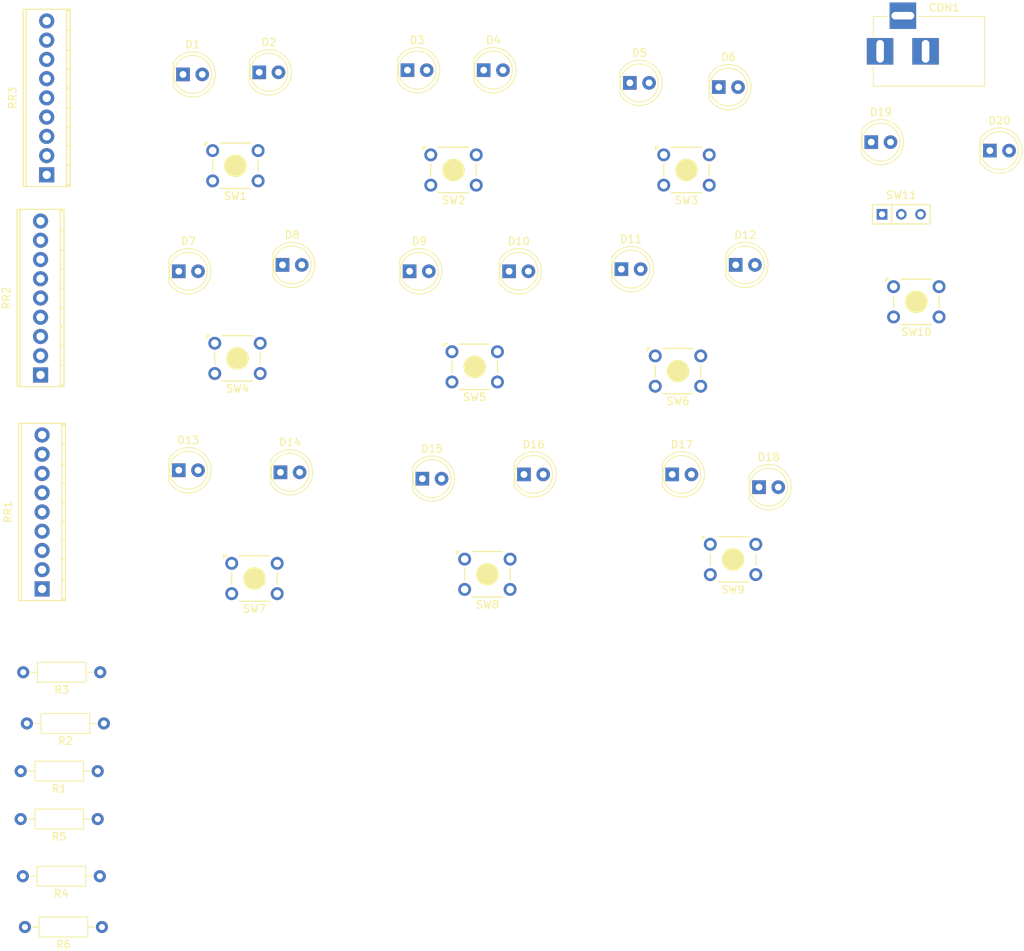
<source format=kicad_pcb>
(kicad_pcb (version 4) (host pcbnew 4.0.5)

  (general
    (links 50)
    (no_connects 50)
    (area 11.21192 17.4932 206.249001 130.0872)
    (thickness 1.6)
    (drawings 0)
    (tracks 0)
    (zones 0)
    (modules 41)
    (nets 76)
  )

  (page A4)
  (layers
    (0 F.Cu signal)
    (31 B.Cu signal)
    (32 B.Adhes user)
    (33 F.Adhes user)
    (34 B.Paste user)
    (35 F.Paste user)
    (36 B.SilkS user)
    (37 F.SilkS user)
    (38 B.Mask user)
    (39 F.Mask user)
    (40 Dwgs.User user)
    (41 Cmts.User user)
    (42 Eco1.User user)
    (43 Eco2.User user)
    (44 Edge.Cuts user)
    (45 Margin user)
    (46 B.CrtYd user)
    (47 F.CrtYd user)
    (48 B.Fab user)
    (49 F.Fab user)
  )

  (setup
    (last_trace_width 0.25)
    (trace_clearance 0.2)
    (zone_clearance 0.508)
    (zone_45_only no)
    (trace_min 0.2)
    (segment_width 0.2)
    (edge_width 0.15)
    (via_size 0.6)
    (via_drill 0.4)
    (via_min_size 0.4)
    (via_min_drill 0.3)
    (uvia_size 0.3)
    (uvia_drill 0.1)
    (uvias_allowed no)
    (uvia_min_size 0.2)
    (uvia_min_drill 0.1)
    (pcb_text_width 0.3)
    (pcb_text_size 1.5 1.5)
    (mod_edge_width 0.15)
    (mod_text_size 1 1)
    (mod_text_width 0.15)
    (pad_size 1.524 1.524)
    (pad_drill 0.762)
    (pad_to_mask_clearance 0.2)
    (aux_axis_origin 0 0)
    (visible_elements FFFFF77F)
    (pcbplotparams
      (layerselection 0x00030_80000001)
      (usegerberextensions false)
      (excludeedgelayer true)
      (linewidth 0.100000)
      (plotframeref false)
      (viasonmask false)
      (mode 1)
      (useauxorigin false)
      (hpglpennumber 1)
      (hpglpenspeed 20)
      (hpglpendiameter 15)
      (hpglpenoverlay 2)
      (psnegative false)
      (psa4output false)
      (plotreference true)
      (plotvalue true)
      (plotinvisibletext false)
      (padsonsilk false)
      (subtractmaskfromsilk false)
      (outputformat 1)
      (mirror false)
      (drillshape 1)
      (scaleselection 1)
      (outputdirectory ""))
  )

  (net 0 "")
  (net 1 "Net-(CON1-Pad1)")
  (net 2 GND)
  (net 3 "Net-(RR1-Pad4)")
  (net 4 "Net-(RR1-Pad1)")
  (net 5 "Net-(RR1-Pad2)")
  (net 6 "Net-(RR1-Pad3)")
  (net 7 "Net-(RR1-Pad5)")
  (net 8 "Net-(RR1-Pad6)")
  (net 9 "Net-(RR1-Pad7)")
  (net 10 "Net-(RR1-Pad8)")
  (net 11 "Net-(D2-Pad2)")
  (net 12 "Net-(D17-Pad2)")
  (net 13 "Net-(D12-Pad2)")
  (net 14 "Net-(D7-Pad2)")
  (net 15 "Net-(D18-Pad2)")
  (net 16 "Net-(D13-Pad2)")
  (net 17 "Net-(D8-Pad2)")
  (net 18 "Net-(D3-Pad2)")
  (net 19 "Net-(D19-Pad2)")
  (net 20 "Net-(D4-Pad2)")
  (net 21 "Net-(D9-Pad2)")
  (net 22 "Net-(D14-Pad2)")
  (net 23 "Net-(D5-Pad2)")
  (net 24 "Net-(D10-Pad2)")
  (net 25 "Net-(D15-Pad2)")
  (net 26 "Net-(D20-Pad2)")
  (net 27 "Net-(SW1-Pad4)")
  (net 28 "Net-(P1-Pad10)")
  (net 29 "Net-(SW2-Pad4)")
  (net 30 "Net-(P1-Pad11)")
  (net 31 "Net-(SW3-Pad4)")
  (net 32 "Net-(R2-Pad2)")
  (net 33 "Net-(P1-Pad12)")
  (net 34 "Net-(SW4-Pad4)")
  (net 35 "Net-(P1-Pad7)")
  (net 36 "Net-(SW5-Pad4)")
  (net 37 "Net-(P1-Pad8)")
  (net 38 "Net-(SW6-Pad4)")
  (net 39 "Net-(P1-Pad9)")
  (net 40 "Net-(SW7-Pad4)")
  (net 41 "Net-(P1-Pad4)")
  (net 42 "Net-(SW8-Pad4)")
  (net 43 "Net-(P1-Pad5)")
  (net 44 "Net-(SW9-Pad4)")
  (net 45 "Net-(P1-Pad6)")
  (net 46 "Net-(SW10-Pad4)")
  (net 47 "Net-(R1-Pad2)")
  (net 48 "Net-(P1-Pad3)")
  (net 49 VDD)
  (net 50 "Net-(SW11-Pad3)")
  (net 51 "Net-(D1-Pad1)")
  (net 52 "Net-(D1-Pad2)")
  (net 53 "Net-(D2-Pad1)")
  (net 54 "Net-(D3-Pad1)")
  (net 55 "Net-(D4-Pad1)")
  (net 56 "Net-(D5-Pad1)")
  (net 57 "Net-(D6-Pad1)")
  (net 58 "Net-(D6-Pad2)")
  (net 59 "Net-(D7-Pad1)")
  (net 60 "Net-(D8-Pad1)")
  (net 61 "Net-(D9-Pad1)")
  (net 62 "Net-(D10-Pad1)")
  (net 63 "Net-(D11-Pad1)")
  (net 64 "Net-(D11-Pad2)")
  (net 65 "Net-(D12-Pad1)")
  (net 66 "Net-(D13-Pad1)")
  (net 67 "Net-(D14-Pad1)")
  (net 68 "Net-(D15-Pad1)")
  (net 69 "Net-(D16-Pad1)")
  (net 70 "Net-(D16-Pad2)")
  (net 71 "Net-(D17-Pad1)")
  (net 72 "Net-(D18-Pad1)")
  (net 73 "Net-(D19-Pad1)")
  (net 74 "Net-(D20-Pad1)")
  (net 75 "Net-(R1-Pad1)")

  (net_class Default "This is the default net class."
    (clearance 0.2)
    (trace_width 0.25)
    (via_dia 0.6)
    (via_drill 0.4)
    (uvia_dia 0.3)
    (uvia_drill 0.1)
    (add_net GND)
    (add_net "Net-(CON1-Pad1)")
    (add_net "Net-(D1-Pad1)")
    (add_net "Net-(D1-Pad2)")
    (add_net "Net-(D10-Pad1)")
    (add_net "Net-(D10-Pad2)")
    (add_net "Net-(D11-Pad1)")
    (add_net "Net-(D11-Pad2)")
    (add_net "Net-(D12-Pad1)")
    (add_net "Net-(D12-Pad2)")
    (add_net "Net-(D13-Pad1)")
    (add_net "Net-(D13-Pad2)")
    (add_net "Net-(D14-Pad1)")
    (add_net "Net-(D14-Pad2)")
    (add_net "Net-(D15-Pad1)")
    (add_net "Net-(D15-Pad2)")
    (add_net "Net-(D16-Pad1)")
    (add_net "Net-(D16-Pad2)")
    (add_net "Net-(D17-Pad1)")
    (add_net "Net-(D17-Pad2)")
    (add_net "Net-(D18-Pad1)")
    (add_net "Net-(D18-Pad2)")
    (add_net "Net-(D19-Pad1)")
    (add_net "Net-(D19-Pad2)")
    (add_net "Net-(D2-Pad1)")
    (add_net "Net-(D2-Pad2)")
    (add_net "Net-(D20-Pad1)")
    (add_net "Net-(D20-Pad2)")
    (add_net "Net-(D3-Pad1)")
    (add_net "Net-(D3-Pad2)")
    (add_net "Net-(D4-Pad1)")
    (add_net "Net-(D4-Pad2)")
    (add_net "Net-(D5-Pad1)")
    (add_net "Net-(D5-Pad2)")
    (add_net "Net-(D6-Pad1)")
    (add_net "Net-(D6-Pad2)")
    (add_net "Net-(D7-Pad1)")
    (add_net "Net-(D7-Pad2)")
    (add_net "Net-(D8-Pad1)")
    (add_net "Net-(D8-Pad2)")
    (add_net "Net-(D9-Pad1)")
    (add_net "Net-(D9-Pad2)")
    (add_net "Net-(P1-Pad10)")
    (add_net "Net-(P1-Pad11)")
    (add_net "Net-(P1-Pad12)")
    (add_net "Net-(P1-Pad3)")
    (add_net "Net-(P1-Pad4)")
    (add_net "Net-(P1-Pad5)")
    (add_net "Net-(P1-Pad6)")
    (add_net "Net-(P1-Pad7)")
    (add_net "Net-(P1-Pad8)")
    (add_net "Net-(P1-Pad9)")
    (add_net "Net-(R1-Pad1)")
    (add_net "Net-(R1-Pad2)")
    (add_net "Net-(R2-Pad2)")
    (add_net "Net-(RR1-Pad1)")
    (add_net "Net-(RR1-Pad2)")
    (add_net "Net-(RR1-Pad3)")
    (add_net "Net-(RR1-Pad4)")
    (add_net "Net-(RR1-Pad5)")
    (add_net "Net-(RR1-Pad6)")
    (add_net "Net-(RR1-Pad7)")
    (add_net "Net-(RR1-Pad8)")
    (add_net "Net-(SW1-Pad4)")
    (add_net "Net-(SW10-Pad4)")
    (add_net "Net-(SW11-Pad3)")
    (add_net "Net-(SW2-Pad4)")
    (add_net "Net-(SW3-Pad4)")
    (add_net "Net-(SW4-Pad4)")
    (add_net "Net-(SW5-Pad4)")
    (add_net "Net-(SW6-Pad4)")
    (add_net "Net-(SW7-Pad4)")
    (add_net "Net-(SW8-Pad4)")
    (add_net "Net-(SW9-Pad4)")
    (add_net VDD)
  )

  (module Connect:BARREL_JACK (layer F.Cu) (tedit 5861378E) (tstamp 58A8F437)
    (at 133.35 26.035 180)
    (descr "DC Barrel Jack")
    (tags "Power Jack")
    (path /58390068)
    (fp_text reference CON1 (at -8.45 5.75 360) (layer F.SilkS)
      (effects (font (size 1 1) (thickness 0.15)))
    )
    (fp_text value BARREL_JACK (at -6.2 -5.5 180) (layer F.Fab)
      (effects (font (size 1 1) (thickness 0.15)))
    )
    (fp_line (start 1 -4.5) (end 1 -4.75) (layer F.CrtYd) (width 0.05))
    (fp_line (start 1 -4.75) (end -14 -4.75) (layer F.CrtYd) (width 0.05))
    (fp_line (start 1 -4.5) (end 1 -2) (layer F.CrtYd) (width 0.05))
    (fp_line (start 1 -2) (end 2 -2) (layer F.CrtYd) (width 0.05))
    (fp_line (start 2 -2) (end 2 2) (layer F.CrtYd) (width 0.05))
    (fp_line (start 2 2) (end 1 2) (layer F.CrtYd) (width 0.05))
    (fp_line (start 1 2) (end 1 4.75) (layer F.CrtYd) (width 0.05))
    (fp_line (start 1 4.75) (end -1 4.75) (layer F.CrtYd) (width 0.05))
    (fp_line (start -1 4.75) (end -1 6.75) (layer F.CrtYd) (width 0.05))
    (fp_line (start -1 6.75) (end -5 6.75) (layer F.CrtYd) (width 0.05))
    (fp_line (start -5 6.75) (end -5 4.75) (layer F.CrtYd) (width 0.05))
    (fp_line (start -5 4.75) (end -14 4.75) (layer F.CrtYd) (width 0.05))
    (fp_line (start -14 4.75) (end -14 -4.75) (layer F.CrtYd) (width 0.05))
    (fp_line (start -5 4.6) (end -13.8 4.6) (layer F.SilkS) (width 0.12))
    (fp_line (start -13.8 4.6) (end -13.8 -4.6) (layer F.SilkS) (width 0.12))
    (fp_line (start 0.9 1.9) (end 0.9 4.6) (layer F.SilkS) (width 0.12))
    (fp_line (start 0.9 4.6) (end -1 4.6) (layer F.SilkS) (width 0.12))
    (fp_line (start -13.8 -4.6) (end 0.9 -4.6) (layer F.SilkS) (width 0.12))
    (fp_line (start 0.9 -4.6) (end 0.9 -2) (layer F.SilkS) (width 0.12))
    (fp_line (start -10.2 -4.5) (end -10.2 4.5) (layer F.Fab) (width 0.1))
    (fp_line (start -13.7 -4.5) (end -13.7 4.5) (layer F.Fab) (width 0.1))
    (fp_line (start -13.7 4.5) (end 0.8 4.5) (layer F.Fab) (width 0.1))
    (fp_line (start 0.8 4.5) (end 0.8 -4.5) (layer F.Fab) (width 0.1))
    (fp_line (start 0.8 -4.5) (end -13.7 -4.5) (layer F.Fab) (width 0.1))
    (pad 1 thru_hole rect (at 0 0 180) (size 3.5 3.5) (drill oval 1 3) (layers *.Cu *.Mask)
      (net 1 "Net-(CON1-Pad1)"))
    (pad 2 thru_hole rect (at -6 0 180) (size 3.5 3.5) (drill oval 1 3) (layers *.Cu *.Mask)
      (net 2 GND))
    (pad 3 thru_hole rect (at -3 4.7 180) (size 3.5 3.5) (drill oval 3 1) (layers *.Cu *.Mask)
      (net 2 GND))
  )

  (module Terminal_Blocks:TerminalBlock_Pheonix_MPT-2.54mm_9pol (layer F.Cu) (tedit 0) (tstamp 58A8F444)
    (at 22.7838 97.0026 90)
    (descr "9-way 2.54mm pitch terminal block, Phoenix MPT series")
    (path /5838D732)
    (fp_text reference RR1 (at 10.16 -4.50088 90) (layer F.SilkS)
      (effects (font (size 1 1) (thickness 0.15)))
    )
    (fp_text value 10k (at 10.16 4.50088 90) (layer F.Fab)
      (effects (font (size 1 1) (thickness 0.15)))
    )
    (fp_line (start -1.778 -3.302) (end 22.098 -3.302) (layer F.CrtYd) (width 0.05))
    (fp_line (start -1.778 3.302) (end -1.778 -3.302) (layer F.CrtYd) (width 0.05))
    (fp_line (start 22.098 3.302) (end -1.778 3.302) (layer F.CrtYd) (width 0.05))
    (fp_line (start 22.098 -3.302) (end 22.098 3.302) (layer F.CrtYd) (width 0.05))
    (fp_line (start 8.85952 2.60096) (end 8.85952 3.0988) (layer F.SilkS) (width 0.15))
    (fp_line (start -1.53924 3.0988) (end 21.85924 3.0988) (layer F.SilkS) (width 0.15))
    (fp_line (start 21.85924 2.60096) (end -1.53924 2.60096) (layer F.SilkS) (width 0.15))
    (fp_line (start -1.53924 -2.70002) (end 21.85924 -2.70002) (layer F.SilkS) (width 0.15))
    (fp_line (start 21.85924 -3.0988) (end -1.53924 -3.0988) (layer F.SilkS) (width 0.15))
    (fp_line (start 11.46048 2.60096) (end 11.46048 3.0988) (layer F.SilkS) (width 0.15))
    (fp_line (start 19.06016 2.60096) (end 19.06016 3.0988) (layer F.SilkS) (width 0.15))
    (fp_line (start 16.4592 2.60096) (end 16.4592 3.0988) (layer F.SilkS) (width 0.15))
    (fp_line (start 13.96238 2.60096) (end 13.96238 3.0988) (layer F.SilkS) (width 0.15))
    (fp_line (start 6.36016 2.60096) (end 6.36016 3.0988) (layer F.SilkS) (width 0.15))
    (fp_line (start 3.86334 2.60096) (end 3.86334 3.0988) (layer F.SilkS) (width 0.15))
    (fp_line (start -1.33858 3.0988) (end -1.33858 2.60096) (layer F.SilkS) (width 0.15))
    (fp_line (start 21.65858 2.60096) (end 21.65858 3.0988) (layer F.SilkS) (width 0.15))
    (fp_line (start 1.26492 3.0988) (end 1.26492 2.60096) (layer F.SilkS) (width 0.15))
    (fp_line (start 21.8567 3.0988) (end 21.8567 -3.0988) (layer F.SilkS) (width 0.15))
    (fp_line (start -1.5367 -3.0988) (end -1.5367 3.0988) (layer F.SilkS) (width 0.15))
    (pad 4 thru_hole oval (at 7.62 0 270) (size 1.99898 1.99898) (drill 1.09728) (layers *.Cu *.Mask)
      (net 3 "Net-(RR1-Pad4)"))
    (pad 1 thru_hole rect (at 0 0 270) (size 1.99898 1.99898) (drill 1.09728) (layers *.Cu *.Mask)
      (net 4 "Net-(RR1-Pad1)"))
    (pad 2 thru_hole oval (at 2.54 0 270) (size 1.99898 1.99898) (drill 1.09728) (layers *.Cu *.Mask)
      (net 5 "Net-(RR1-Pad2)"))
    (pad 3 thru_hole oval (at 5.08 0 270) (size 1.99898 1.99898) (drill 1.09728) (layers *.Cu *.Mask)
      (net 6 "Net-(RR1-Pad3)"))
    (pad 5 thru_hole oval (at 10.16 0 270) (size 1.99898 1.99898) (drill 1.09728) (layers *.Cu *.Mask)
      (net 7 "Net-(RR1-Pad5)"))
    (pad 6 thru_hole oval (at 12.7 0 270) (size 1.99898 1.99898) (drill 1.09728) (layers *.Cu *.Mask)
      (net 8 "Net-(RR1-Pad6)"))
    (pad 7 thru_hole oval (at 15.24 0 270) (size 1.99898 1.99898) (drill 1.09728) (layers *.Cu *.Mask)
      (net 9 "Net-(RR1-Pad7)"))
    (pad 8 thru_hole oval (at 17.78 0 270) (size 1.99898 1.99898) (drill 1.09728) (layers *.Cu *.Mask)
      (net 10 "Net-(RR1-Pad8)"))
    (pad 9 thru_hole oval (at 20.32 0 270) (size 1.99898 1.99898) (drill 1.09728) (layers *.Cu *.Mask)
      (net 75 "Net-(R1-Pad1)"))
    (model Terminal_Blocks.3dshapes/TerminalBlock_Pheonix_MPT-2.54mm_9pol.wrl
      (at (xyz 0.4 0 0))
      (scale (xyz 1 1 1))
      (rotate (xyz 0 0 0))
    )
  )

  (module Terminal_Blocks:TerminalBlock_Pheonix_MPT-2.54mm_9pol (layer F.Cu) (tedit 0) (tstamp 58A8F451)
    (at 22.5806 68.7578 90)
    (descr "9-way 2.54mm pitch terminal block, Phoenix MPT series")
    (path /5838D579)
    (fp_text reference RR2 (at 10.16 -4.50088 90) (layer F.SilkS)
      (effects (font (size 1 1) (thickness 0.15)))
    )
    (fp_text value 200R (at 10.16 4.50088 90) (layer F.Fab)
      (effects (font (size 1 1) (thickness 0.15)))
    )
    (fp_line (start -1.778 -3.302) (end 22.098 -3.302) (layer F.CrtYd) (width 0.05))
    (fp_line (start -1.778 3.302) (end -1.778 -3.302) (layer F.CrtYd) (width 0.05))
    (fp_line (start 22.098 3.302) (end -1.778 3.302) (layer F.CrtYd) (width 0.05))
    (fp_line (start 22.098 -3.302) (end 22.098 3.302) (layer F.CrtYd) (width 0.05))
    (fp_line (start 8.85952 2.60096) (end 8.85952 3.0988) (layer F.SilkS) (width 0.15))
    (fp_line (start -1.53924 3.0988) (end 21.85924 3.0988) (layer F.SilkS) (width 0.15))
    (fp_line (start 21.85924 2.60096) (end -1.53924 2.60096) (layer F.SilkS) (width 0.15))
    (fp_line (start -1.53924 -2.70002) (end 21.85924 -2.70002) (layer F.SilkS) (width 0.15))
    (fp_line (start 21.85924 -3.0988) (end -1.53924 -3.0988) (layer F.SilkS) (width 0.15))
    (fp_line (start 11.46048 2.60096) (end 11.46048 3.0988) (layer F.SilkS) (width 0.15))
    (fp_line (start 19.06016 2.60096) (end 19.06016 3.0988) (layer F.SilkS) (width 0.15))
    (fp_line (start 16.4592 2.60096) (end 16.4592 3.0988) (layer F.SilkS) (width 0.15))
    (fp_line (start 13.96238 2.60096) (end 13.96238 3.0988) (layer F.SilkS) (width 0.15))
    (fp_line (start 6.36016 2.60096) (end 6.36016 3.0988) (layer F.SilkS) (width 0.15))
    (fp_line (start 3.86334 2.60096) (end 3.86334 3.0988) (layer F.SilkS) (width 0.15))
    (fp_line (start -1.33858 3.0988) (end -1.33858 2.60096) (layer F.SilkS) (width 0.15))
    (fp_line (start 21.65858 2.60096) (end 21.65858 3.0988) (layer F.SilkS) (width 0.15))
    (fp_line (start 1.26492 3.0988) (end 1.26492 2.60096) (layer F.SilkS) (width 0.15))
    (fp_line (start 21.8567 3.0988) (end 21.8567 -3.0988) (layer F.SilkS) (width 0.15))
    (fp_line (start -1.5367 -3.0988) (end -1.5367 3.0988) (layer F.SilkS) (width 0.15))
    (pad 4 thru_hole oval (at 7.62 0 270) (size 1.99898 1.99898) (drill 1.09728) (layers *.Cu *.Mask)
      (net 11 "Net-(D2-Pad2)"))
    (pad 1 thru_hole rect (at 0 0 270) (size 1.99898 1.99898) (drill 1.09728) (layers *.Cu *.Mask)
      (net 12 "Net-(D17-Pad2)"))
    (pad 2 thru_hole oval (at 2.54 0 270) (size 1.99898 1.99898) (drill 1.09728) (layers *.Cu *.Mask)
      (net 13 "Net-(D12-Pad2)"))
    (pad 3 thru_hole oval (at 5.08 0 270) (size 1.99898 1.99898) (drill 1.09728) (layers *.Cu *.Mask)
      (net 14 "Net-(D7-Pad2)"))
    (pad 5 thru_hole oval (at 10.16 0 270) (size 1.99898 1.99898) (drill 1.09728) (layers *.Cu *.Mask)
      (net 15 "Net-(D18-Pad2)"))
    (pad 6 thru_hole oval (at 12.7 0 270) (size 1.99898 1.99898) (drill 1.09728) (layers *.Cu *.Mask)
      (net 16 "Net-(D13-Pad2)"))
    (pad 7 thru_hole oval (at 15.24 0 270) (size 1.99898 1.99898) (drill 1.09728) (layers *.Cu *.Mask)
      (net 17 "Net-(D8-Pad2)"))
    (pad 8 thru_hole oval (at 17.78 0 270) (size 1.99898 1.99898) (drill 1.09728) (layers *.Cu *.Mask)
      (net 18 "Net-(D3-Pad2)"))
    (pad 9 thru_hole oval (at 20.32 0 270) (size 1.99898 1.99898) (drill 1.09728) (layers *.Cu *.Mask)
      (net 2 GND))
    (model Terminal_Blocks.3dshapes/TerminalBlock_Pheonix_MPT-2.54mm_9pol.wrl
      (at (xyz 0.4 0 0))
      (scale (xyz 1 1 1))
      (rotate (xyz 0 0 0))
    )
  )

  (module Terminal_Blocks:TerminalBlock_Pheonix_MPT-2.54mm_9pol (layer F.Cu) (tedit 0) (tstamp 58A8F45E)
    (at 23.3934 42.3418 90)
    (descr "9-way 2.54mm pitch terminal block, Phoenix MPT series")
    (path /58396615)
    (fp_text reference RR3 (at 10.16 -4.50088 90) (layer F.SilkS)
      (effects (font (size 1 1) (thickness 0.15)))
    )
    (fp_text value 200R (at 10.16 4.50088 90) (layer F.Fab)
      (effects (font (size 1 1) (thickness 0.15)))
    )
    (fp_line (start -1.778 -3.302) (end 22.098 -3.302) (layer F.CrtYd) (width 0.05))
    (fp_line (start -1.778 3.302) (end -1.778 -3.302) (layer F.CrtYd) (width 0.05))
    (fp_line (start 22.098 3.302) (end -1.778 3.302) (layer F.CrtYd) (width 0.05))
    (fp_line (start 22.098 -3.302) (end 22.098 3.302) (layer F.CrtYd) (width 0.05))
    (fp_line (start 8.85952 2.60096) (end 8.85952 3.0988) (layer F.SilkS) (width 0.15))
    (fp_line (start -1.53924 3.0988) (end 21.85924 3.0988) (layer F.SilkS) (width 0.15))
    (fp_line (start 21.85924 2.60096) (end -1.53924 2.60096) (layer F.SilkS) (width 0.15))
    (fp_line (start -1.53924 -2.70002) (end 21.85924 -2.70002) (layer F.SilkS) (width 0.15))
    (fp_line (start 21.85924 -3.0988) (end -1.53924 -3.0988) (layer F.SilkS) (width 0.15))
    (fp_line (start 11.46048 2.60096) (end 11.46048 3.0988) (layer F.SilkS) (width 0.15))
    (fp_line (start 19.06016 2.60096) (end 19.06016 3.0988) (layer F.SilkS) (width 0.15))
    (fp_line (start 16.4592 2.60096) (end 16.4592 3.0988) (layer F.SilkS) (width 0.15))
    (fp_line (start 13.96238 2.60096) (end 13.96238 3.0988) (layer F.SilkS) (width 0.15))
    (fp_line (start 6.36016 2.60096) (end 6.36016 3.0988) (layer F.SilkS) (width 0.15))
    (fp_line (start 3.86334 2.60096) (end 3.86334 3.0988) (layer F.SilkS) (width 0.15))
    (fp_line (start -1.33858 3.0988) (end -1.33858 2.60096) (layer F.SilkS) (width 0.15))
    (fp_line (start 21.65858 2.60096) (end 21.65858 3.0988) (layer F.SilkS) (width 0.15))
    (fp_line (start 1.26492 3.0988) (end 1.26492 2.60096) (layer F.SilkS) (width 0.15))
    (fp_line (start 21.8567 3.0988) (end 21.8567 -3.0988) (layer F.SilkS) (width 0.15))
    (fp_line (start -1.5367 -3.0988) (end -1.5367 3.0988) (layer F.SilkS) (width 0.15))
    (pad 4 thru_hole oval (at 7.62 0 270) (size 1.99898 1.99898) (drill 1.09728) (layers *.Cu *.Mask)
      (net 19 "Net-(D19-Pad2)"))
    (pad 1 thru_hole rect (at 0 0 270) (size 1.99898 1.99898) (drill 1.09728) (layers *.Cu *.Mask)
      (net 20 "Net-(D4-Pad2)"))
    (pad 2 thru_hole oval (at 2.54 0 270) (size 1.99898 1.99898) (drill 1.09728) (layers *.Cu *.Mask)
      (net 21 "Net-(D9-Pad2)"))
    (pad 3 thru_hole oval (at 5.08 0 270) (size 1.99898 1.99898) (drill 1.09728) (layers *.Cu *.Mask)
      (net 22 "Net-(D14-Pad2)"))
    (pad 5 thru_hole oval (at 10.16 0 270) (size 1.99898 1.99898) (drill 1.09728) (layers *.Cu *.Mask)
      (net 23 "Net-(D5-Pad2)"))
    (pad 6 thru_hole oval (at 12.7 0 270) (size 1.99898 1.99898) (drill 1.09728) (layers *.Cu *.Mask)
      (net 24 "Net-(D10-Pad2)"))
    (pad 7 thru_hole oval (at 15.24 0 270) (size 1.99898 1.99898) (drill 1.09728) (layers *.Cu *.Mask)
      (net 25 "Net-(D15-Pad2)"))
    (pad 8 thru_hole oval (at 17.78 0 270) (size 1.99898 1.99898) (drill 1.09728) (layers *.Cu *.Mask)
      (net 26 "Net-(D20-Pad2)"))
    (pad 9 thru_hole oval (at 20.32 0 270) (size 1.99898 1.99898) (drill 1.09728) (layers *.Cu *.Mask)
      (net 2 GND))
    (model Terminal_Blocks.3dshapes/TerminalBlock_Pheonix_MPT-2.54mm_9pol.wrl
      (at (xyz 0.4 0 0))
      (scale (xyz 1 1 1))
      (rotate (xyz 0 0 0))
    )
  )

  (module Buttons_Switches_ThroughHole:SW_TH_Tactile_Omron_B3F-10xx (layer F.Cu) (tedit 563F14D4) (tstamp 58A8F466)
    (at 45.2882 39.1414)
    (descr SW_TH_Tactile_Omron_B3F-10xx)
    (tags "Omron B3F-10xx")
    (path /5838AC10)
    (fp_text reference SW1 (at 3 6) (layer F.SilkS)
      (effects (font (size 1 1) (thickness 0.15)))
    )
    (fp_text value SW_PUSH_4 (at 2.95 -2.05) (layer F.Fab)
      (effects (font (size 1 1) (thickness 0.15)))
    )
    (fp_line (start -0.95 -1) (end -0.95 -0.9) (layer F.SilkS) (width 0.15))
    (fp_line (start -1.05 -1.05) (end -0.7 -1.05) (layer F.SilkS) (width 0.15))
    (fp_arc (start 0 0) (end -1.05 -0.7) (angle 22.61986495) (layer F.SilkS) (width 0.15))
    (fp_line (start -1.05 -1.05) (end -1.05 -0.7) (layer F.SilkS) (width 0.15))
    (fp_line (start 7.15 -1.15) (end 0.45 -1.15) (layer F.CrtYd) (width 0.05))
    (fp_line (start 7.15 5.15) (end 7.15 -1.15) (layer F.CrtYd) (width 0.05))
    (fp_line (start -1.15 5.15) (end 7.15 5.15) (layer F.CrtYd) (width 0.05))
    (fp_line (start -1.15 0) (end -1.15 5.15) (layer F.CrtYd) (width 0.05))
    (fp_line (start -1.15 -1.15) (end 0.45 -1.15) (layer F.CrtYd) (width 0.05))
    (fp_line (start -1.15 0) (end -1.15 -1.15) (layer F.CrtYd) (width 0.05))
    (fp_circle (center 3 2) (end 4 3) (layer F.SilkS) (width 0.15))
    (fp_line (start 1 5) (end 5 5) (layer F.SilkS) (width 0.15))
    (fp_line (start 1 -1) (end 5 -1) (layer F.SilkS) (width 0.15))
    (fp_line (start 0 2.75) (end 0 1.25) (layer F.SilkS) (width 0.15))
    (fp_line (start 6 1.25) (end 6 2.75) (layer F.SilkS) (width 0.15))
    (fp_line (start 0 2) (end 0 2) (layer F.SilkS) (width 0))
    (fp_line (start 5 5) (end 1 5) (layer F.SilkS) (width 0))
    (fp_line (start 5 -1) (end 1 -1) (layer F.SilkS) (width 0))
    (fp_line (start 6 2) (end 6 2) (layer F.SilkS) (width 0))
    (fp_circle (center 3 2) (end 4 3) (layer F.SilkS) (width 0))
    (pad 4 thru_hole circle (at 6 4) (size 1.7 1.7) (drill 1) (layers *.Cu *.Mask)
      (net 27 "Net-(SW1-Pad4)"))
    (pad 3 thru_hole circle (at 0 4) (size 1.7 1.7) (drill 1) (layers *.Cu *.Mask)
      (net 5 "Net-(RR1-Pad2)"))
    (pad 2 thru_hole circle (at 6 0) (size 1.7 1.7) (drill 1) (layers *.Cu *.Mask)
      (net 75 "Net-(R1-Pad1)"))
    (pad 1 thru_hole circle (at 0 0) (size 1.7 1.7) (drill 1) (layers *.Cu *.Mask)
      (net 28 "Net-(P1-Pad10)"))
  )

  (module Buttons_Switches_ThroughHole:SW_TH_Tactile_Omron_B3F-10xx (layer F.Cu) (tedit 563F14D4) (tstamp 58A8F46E)
    (at 74.0664 39.7002)
    (descr SW_TH_Tactile_Omron_B3F-10xx)
    (tags "Omron B3F-10xx")
    (path /5838ABB4)
    (fp_text reference SW2 (at 3 6) (layer F.SilkS)
      (effects (font (size 1 1) (thickness 0.15)))
    )
    (fp_text value SW_PUSH_4 (at 2.95 -2.05) (layer F.Fab)
      (effects (font (size 1 1) (thickness 0.15)))
    )
    (fp_line (start -0.95 -1) (end -0.95 -0.9) (layer F.SilkS) (width 0.15))
    (fp_line (start -1.05 -1.05) (end -0.7 -1.05) (layer F.SilkS) (width 0.15))
    (fp_arc (start 0 0) (end -1.05 -0.7) (angle 22.61986495) (layer F.SilkS) (width 0.15))
    (fp_line (start -1.05 -1.05) (end -1.05 -0.7) (layer F.SilkS) (width 0.15))
    (fp_line (start 7.15 -1.15) (end 0.45 -1.15) (layer F.CrtYd) (width 0.05))
    (fp_line (start 7.15 5.15) (end 7.15 -1.15) (layer F.CrtYd) (width 0.05))
    (fp_line (start -1.15 5.15) (end 7.15 5.15) (layer F.CrtYd) (width 0.05))
    (fp_line (start -1.15 0) (end -1.15 5.15) (layer F.CrtYd) (width 0.05))
    (fp_line (start -1.15 -1.15) (end 0.45 -1.15) (layer F.CrtYd) (width 0.05))
    (fp_line (start -1.15 0) (end -1.15 -1.15) (layer F.CrtYd) (width 0.05))
    (fp_circle (center 3 2) (end 4 3) (layer F.SilkS) (width 0.15))
    (fp_line (start 1 5) (end 5 5) (layer F.SilkS) (width 0.15))
    (fp_line (start 1 -1) (end 5 -1) (layer F.SilkS) (width 0.15))
    (fp_line (start 0 2.75) (end 0 1.25) (layer F.SilkS) (width 0.15))
    (fp_line (start 6 1.25) (end 6 2.75) (layer F.SilkS) (width 0.15))
    (fp_line (start 0 2) (end 0 2) (layer F.SilkS) (width 0))
    (fp_line (start 5 5) (end 1 5) (layer F.SilkS) (width 0))
    (fp_line (start 5 -1) (end 1 -1) (layer F.SilkS) (width 0))
    (fp_line (start 6 2) (end 6 2) (layer F.SilkS) (width 0))
    (fp_circle (center 3 2) (end 4 3) (layer F.SilkS) (width 0))
    (pad 4 thru_hole circle (at 6 4) (size 1.7 1.7) (drill 1) (layers *.Cu *.Mask)
      (net 29 "Net-(SW2-Pad4)"))
    (pad 3 thru_hole circle (at 0 4) (size 1.7 1.7) (drill 1) (layers *.Cu *.Mask)
      (net 4 "Net-(RR1-Pad1)"))
    (pad 2 thru_hole circle (at 6 0) (size 1.7 1.7) (drill 1) (layers *.Cu *.Mask)
      (net 75 "Net-(R1-Pad1)"))
    (pad 1 thru_hole circle (at 0 0) (size 1.7 1.7) (drill 1) (layers *.Cu *.Mask)
      (net 30 "Net-(P1-Pad11)"))
  )

  (module Buttons_Switches_ThroughHole:SW_TH_Tactile_Omron_B3F-10xx (layer F.Cu) (tedit 563F14D4) (tstamp 58A8F476)
    (at 104.8004 39.7002)
    (descr SW_TH_Tactile_Omron_B3F-10xx)
    (tags "Omron B3F-10xx")
    (path /5838AC66)
    (fp_text reference SW3 (at 3 6) (layer F.SilkS)
      (effects (font (size 1 1) (thickness 0.15)))
    )
    (fp_text value SW_PUSH_4 (at 2.95 -2.05) (layer F.Fab)
      (effects (font (size 1 1) (thickness 0.15)))
    )
    (fp_line (start -0.95 -1) (end -0.95 -0.9) (layer F.SilkS) (width 0.15))
    (fp_line (start -1.05 -1.05) (end -0.7 -1.05) (layer F.SilkS) (width 0.15))
    (fp_arc (start 0 0) (end -1.05 -0.7) (angle 22.61986495) (layer F.SilkS) (width 0.15))
    (fp_line (start -1.05 -1.05) (end -1.05 -0.7) (layer F.SilkS) (width 0.15))
    (fp_line (start 7.15 -1.15) (end 0.45 -1.15) (layer F.CrtYd) (width 0.05))
    (fp_line (start 7.15 5.15) (end 7.15 -1.15) (layer F.CrtYd) (width 0.05))
    (fp_line (start -1.15 5.15) (end 7.15 5.15) (layer F.CrtYd) (width 0.05))
    (fp_line (start -1.15 0) (end -1.15 5.15) (layer F.CrtYd) (width 0.05))
    (fp_line (start -1.15 -1.15) (end 0.45 -1.15) (layer F.CrtYd) (width 0.05))
    (fp_line (start -1.15 0) (end -1.15 -1.15) (layer F.CrtYd) (width 0.05))
    (fp_circle (center 3 2) (end 4 3) (layer F.SilkS) (width 0.15))
    (fp_line (start 1 5) (end 5 5) (layer F.SilkS) (width 0.15))
    (fp_line (start 1 -1) (end 5 -1) (layer F.SilkS) (width 0.15))
    (fp_line (start 0 2.75) (end 0 1.25) (layer F.SilkS) (width 0.15))
    (fp_line (start 6 1.25) (end 6 2.75) (layer F.SilkS) (width 0.15))
    (fp_line (start 0 2) (end 0 2) (layer F.SilkS) (width 0))
    (fp_line (start 5 5) (end 1 5) (layer F.SilkS) (width 0))
    (fp_line (start 5 -1) (end 1 -1) (layer F.SilkS) (width 0))
    (fp_line (start 6 2) (end 6 2) (layer F.SilkS) (width 0))
    (fp_circle (center 3 2) (end 4 3) (layer F.SilkS) (width 0))
    (pad 4 thru_hole circle (at 6 4) (size 1.7 1.7) (drill 1) (layers *.Cu *.Mask)
      (net 31 "Net-(SW3-Pad4)"))
    (pad 3 thru_hole circle (at 0 4) (size 1.7 1.7) (drill 1) (layers *.Cu *.Mask)
      (net 32 "Net-(R2-Pad2)"))
    (pad 2 thru_hole circle (at 6 0) (size 1.7 1.7) (drill 1) (layers *.Cu *.Mask)
      (net 75 "Net-(R1-Pad1)"))
    (pad 1 thru_hole circle (at 0 0) (size 1.7 1.7) (drill 1) (layers *.Cu *.Mask)
      (net 33 "Net-(P1-Pad12)"))
  )

  (module Buttons_Switches_ThroughHole:SW_TH_Tactile_Omron_B3F-10xx (layer F.Cu) (tedit 563F14D4) (tstamp 58A8F47E)
    (at 45.5676 64.5668)
    (descr SW_TH_Tactile_Omron_B3F-10xx)
    (tags "Omron B3F-10xx")
    (path /5838ACBA)
    (fp_text reference SW4 (at 3 6) (layer F.SilkS)
      (effects (font (size 1 1) (thickness 0.15)))
    )
    (fp_text value SW_PUSH_4 (at 2.95 -2.05) (layer F.Fab)
      (effects (font (size 1 1) (thickness 0.15)))
    )
    (fp_line (start -0.95 -1) (end -0.95 -0.9) (layer F.SilkS) (width 0.15))
    (fp_line (start -1.05 -1.05) (end -0.7 -1.05) (layer F.SilkS) (width 0.15))
    (fp_arc (start 0 0) (end -1.05 -0.7) (angle 22.61986495) (layer F.SilkS) (width 0.15))
    (fp_line (start -1.05 -1.05) (end -1.05 -0.7) (layer F.SilkS) (width 0.15))
    (fp_line (start 7.15 -1.15) (end 0.45 -1.15) (layer F.CrtYd) (width 0.05))
    (fp_line (start 7.15 5.15) (end 7.15 -1.15) (layer F.CrtYd) (width 0.05))
    (fp_line (start -1.15 5.15) (end 7.15 5.15) (layer F.CrtYd) (width 0.05))
    (fp_line (start -1.15 0) (end -1.15 5.15) (layer F.CrtYd) (width 0.05))
    (fp_line (start -1.15 -1.15) (end 0.45 -1.15) (layer F.CrtYd) (width 0.05))
    (fp_line (start -1.15 0) (end -1.15 -1.15) (layer F.CrtYd) (width 0.05))
    (fp_circle (center 3 2) (end 4 3) (layer F.SilkS) (width 0.15))
    (fp_line (start 1 5) (end 5 5) (layer F.SilkS) (width 0.15))
    (fp_line (start 1 -1) (end 5 -1) (layer F.SilkS) (width 0.15))
    (fp_line (start 0 2.75) (end 0 1.25) (layer F.SilkS) (width 0.15))
    (fp_line (start 6 1.25) (end 6 2.75) (layer F.SilkS) (width 0.15))
    (fp_line (start 0 2) (end 0 2) (layer F.SilkS) (width 0))
    (fp_line (start 5 5) (end 1 5) (layer F.SilkS) (width 0))
    (fp_line (start 5 -1) (end 1 -1) (layer F.SilkS) (width 0))
    (fp_line (start 6 2) (end 6 2) (layer F.SilkS) (width 0))
    (fp_circle (center 3 2) (end 4 3) (layer F.SilkS) (width 0))
    (pad 4 thru_hole circle (at 6 4) (size 1.7 1.7) (drill 1) (layers *.Cu *.Mask)
      (net 34 "Net-(SW4-Pad4)"))
    (pad 3 thru_hole circle (at 0 4) (size 1.7 1.7) (drill 1) (layers *.Cu *.Mask)
      (net 7 "Net-(RR1-Pad5)"))
    (pad 2 thru_hole circle (at 6 0) (size 1.7 1.7) (drill 1) (layers *.Cu *.Mask)
      (net 75 "Net-(R1-Pad1)"))
    (pad 1 thru_hole circle (at 0 0) (size 1.7 1.7) (drill 1) (layers *.Cu *.Mask)
      (net 35 "Net-(P1-Pad7)"))
  )

  (module Buttons_Switches_ThroughHole:SW_TH_Tactile_Omron_B3F-10xx (layer F.Cu) (tedit 563F14D4) (tstamp 58A8F486)
    (at 76.8604 65.6844)
    (descr SW_TH_Tactile_Omron_B3F-10xx)
    (tags "Omron B3F-10xx")
    (path /5838AD18)
    (fp_text reference SW5 (at 3 6) (layer F.SilkS)
      (effects (font (size 1 1) (thickness 0.15)))
    )
    (fp_text value SW_PUSH_4 (at 2.95 -2.05) (layer F.Fab)
      (effects (font (size 1 1) (thickness 0.15)))
    )
    (fp_line (start -0.95 -1) (end -0.95 -0.9) (layer F.SilkS) (width 0.15))
    (fp_line (start -1.05 -1.05) (end -0.7 -1.05) (layer F.SilkS) (width 0.15))
    (fp_arc (start 0 0) (end -1.05 -0.7) (angle 22.61986495) (layer F.SilkS) (width 0.15))
    (fp_line (start -1.05 -1.05) (end -1.05 -0.7) (layer F.SilkS) (width 0.15))
    (fp_line (start 7.15 -1.15) (end 0.45 -1.15) (layer F.CrtYd) (width 0.05))
    (fp_line (start 7.15 5.15) (end 7.15 -1.15) (layer F.CrtYd) (width 0.05))
    (fp_line (start -1.15 5.15) (end 7.15 5.15) (layer F.CrtYd) (width 0.05))
    (fp_line (start -1.15 0) (end -1.15 5.15) (layer F.CrtYd) (width 0.05))
    (fp_line (start -1.15 -1.15) (end 0.45 -1.15) (layer F.CrtYd) (width 0.05))
    (fp_line (start -1.15 0) (end -1.15 -1.15) (layer F.CrtYd) (width 0.05))
    (fp_circle (center 3 2) (end 4 3) (layer F.SilkS) (width 0.15))
    (fp_line (start 1 5) (end 5 5) (layer F.SilkS) (width 0.15))
    (fp_line (start 1 -1) (end 5 -1) (layer F.SilkS) (width 0.15))
    (fp_line (start 0 2.75) (end 0 1.25) (layer F.SilkS) (width 0.15))
    (fp_line (start 6 1.25) (end 6 2.75) (layer F.SilkS) (width 0.15))
    (fp_line (start 0 2) (end 0 2) (layer F.SilkS) (width 0))
    (fp_line (start 5 5) (end 1 5) (layer F.SilkS) (width 0))
    (fp_line (start 5 -1) (end 1 -1) (layer F.SilkS) (width 0))
    (fp_line (start 6 2) (end 6 2) (layer F.SilkS) (width 0))
    (fp_circle (center 3 2) (end 4 3) (layer F.SilkS) (width 0))
    (pad 4 thru_hole circle (at 6 4) (size 1.7 1.7) (drill 1) (layers *.Cu *.Mask)
      (net 36 "Net-(SW5-Pad4)"))
    (pad 3 thru_hole circle (at 0 4) (size 1.7 1.7) (drill 1) (layers *.Cu *.Mask)
      (net 3 "Net-(RR1-Pad4)"))
    (pad 2 thru_hole circle (at 6 0) (size 1.7 1.7) (drill 1) (layers *.Cu *.Mask)
      (net 75 "Net-(R1-Pad1)"))
    (pad 1 thru_hole circle (at 0 0) (size 1.7 1.7) (drill 1) (layers *.Cu *.Mask)
      (net 37 "Net-(P1-Pad8)"))
  )

  (module Buttons_Switches_ThroughHole:SW_TH_Tactile_Omron_B3F-10xx (layer F.Cu) (tedit 563F14D4) (tstamp 58A8F48E)
    (at 103.6828 66.2432)
    (descr SW_TH_Tactile_Omron_B3F-10xx)
    (tags "Omron B3F-10xx")
    (path /5838AD7A)
    (fp_text reference SW6 (at 3 6) (layer F.SilkS)
      (effects (font (size 1 1) (thickness 0.15)))
    )
    (fp_text value SW_PUSH_4 (at 2.95 -2.05) (layer F.Fab)
      (effects (font (size 1 1) (thickness 0.15)))
    )
    (fp_line (start -0.95 -1) (end -0.95 -0.9) (layer F.SilkS) (width 0.15))
    (fp_line (start -1.05 -1.05) (end -0.7 -1.05) (layer F.SilkS) (width 0.15))
    (fp_arc (start 0 0) (end -1.05 -0.7) (angle 22.61986495) (layer F.SilkS) (width 0.15))
    (fp_line (start -1.05 -1.05) (end -1.05 -0.7) (layer F.SilkS) (width 0.15))
    (fp_line (start 7.15 -1.15) (end 0.45 -1.15) (layer F.CrtYd) (width 0.05))
    (fp_line (start 7.15 5.15) (end 7.15 -1.15) (layer F.CrtYd) (width 0.05))
    (fp_line (start -1.15 5.15) (end 7.15 5.15) (layer F.CrtYd) (width 0.05))
    (fp_line (start -1.15 0) (end -1.15 5.15) (layer F.CrtYd) (width 0.05))
    (fp_line (start -1.15 -1.15) (end 0.45 -1.15) (layer F.CrtYd) (width 0.05))
    (fp_line (start -1.15 0) (end -1.15 -1.15) (layer F.CrtYd) (width 0.05))
    (fp_circle (center 3 2) (end 4 3) (layer F.SilkS) (width 0.15))
    (fp_line (start 1 5) (end 5 5) (layer F.SilkS) (width 0.15))
    (fp_line (start 1 -1) (end 5 -1) (layer F.SilkS) (width 0.15))
    (fp_line (start 0 2.75) (end 0 1.25) (layer F.SilkS) (width 0.15))
    (fp_line (start 6 1.25) (end 6 2.75) (layer F.SilkS) (width 0.15))
    (fp_line (start 0 2) (end 0 2) (layer F.SilkS) (width 0))
    (fp_line (start 5 5) (end 1 5) (layer F.SilkS) (width 0))
    (fp_line (start 5 -1) (end 1 -1) (layer F.SilkS) (width 0))
    (fp_line (start 6 2) (end 6 2) (layer F.SilkS) (width 0))
    (fp_circle (center 3 2) (end 4 3) (layer F.SilkS) (width 0))
    (pad 4 thru_hole circle (at 6 4) (size 1.7 1.7) (drill 1) (layers *.Cu *.Mask)
      (net 38 "Net-(SW6-Pad4)"))
    (pad 3 thru_hole circle (at 0 4) (size 1.7 1.7) (drill 1) (layers *.Cu *.Mask)
      (net 6 "Net-(RR1-Pad3)"))
    (pad 2 thru_hole circle (at 6 0) (size 1.7 1.7) (drill 1) (layers *.Cu *.Mask)
      (net 75 "Net-(R1-Pad1)"))
    (pad 1 thru_hole circle (at 0 0) (size 1.7 1.7) (drill 1) (layers *.Cu *.Mask)
      (net 39 "Net-(P1-Pad9)"))
  )

  (module Buttons_Switches_ThroughHole:SW_TH_Tactile_Omron_B3F-10xx (layer F.Cu) (tedit 563F14D4) (tstamp 58A8F496)
    (at 47.8028 93.6244)
    (descr SW_TH_Tactile_Omron_B3F-10xx)
    (tags "Omron B3F-10xx")
    (path /5838ADD7)
    (fp_text reference SW7 (at 3 6) (layer F.SilkS)
      (effects (font (size 1 1) (thickness 0.15)))
    )
    (fp_text value SW_PUSH_4 (at 2.95 -2.05) (layer F.Fab)
      (effects (font (size 1 1) (thickness 0.15)))
    )
    (fp_line (start -0.95 -1) (end -0.95 -0.9) (layer F.SilkS) (width 0.15))
    (fp_line (start -1.05 -1.05) (end -0.7 -1.05) (layer F.SilkS) (width 0.15))
    (fp_arc (start 0 0) (end -1.05 -0.7) (angle 22.61986495) (layer F.SilkS) (width 0.15))
    (fp_line (start -1.05 -1.05) (end -1.05 -0.7) (layer F.SilkS) (width 0.15))
    (fp_line (start 7.15 -1.15) (end 0.45 -1.15) (layer F.CrtYd) (width 0.05))
    (fp_line (start 7.15 5.15) (end 7.15 -1.15) (layer F.CrtYd) (width 0.05))
    (fp_line (start -1.15 5.15) (end 7.15 5.15) (layer F.CrtYd) (width 0.05))
    (fp_line (start -1.15 0) (end -1.15 5.15) (layer F.CrtYd) (width 0.05))
    (fp_line (start -1.15 -1.15) (end 0.45 -1.15) (layer F.CrtYd) (width 0.05))
    (fp_line (start -1.15 0) (end -1.15 -1.15) (layer F.CrtYd) (width 0.05))
    (fp_circle (center 3 2) (end 4 3) (layer F.SilkS) (width 0.15))
    (fp_line (start 1 5) (end 5 5) (layer F.SilkS) (width 0.15))
    (fp_line (start 1 -1) (end 5 -1) (layer F.SilkS) (width 0.15))
    (fp_line (start 0 2.75) (end 0 1.25) (layer F.SilkS) (width 0.15))
    (fp_line (start 6 1.25) (end 6 2.75) (layer F.SilkS) (width 0.15))
    (fp_line (start 0 2) (end 0 2) (layer F.SilkS) (width 0))
    (fp_line (start 5 5) (end 1 5) (layer F.SilkS) (width 0))
    (fp_line (start 5 -1) (end 1 -1) (layer F.SilkS) (width 0))
    (fp_line (start 6 2) (end 6 2) (layer F.SilkS) (width 0))
    (fp_circle (center 3 2) (end 4 3) (layer F.SilkS) (width 0))
    (pad 4 thru_hole circle (at 6 4) (size 1.7 1.7) (drill 1) (layers *.Cu *.Mask)
      (net 40 "Net-(SW7-Pad4)"))
    (pad 3 thru_hole circle (at 0 4) (size 1.7 1.7) (drill 1) (layers *.Cu *.Mask)
      (net 10 "Net-(RR1-Pad8)"))
    (pad 2 thru_hole circle (at 6 0) (size 1.7 1.7) (drill 1) (layers *.Cu *.Mask)
      (net 75 "Net-(R1-Pad1)"))
    (pad 1 thru_hole circle (at 0 0) (size 1.7 1.7) (drill 1) (layers *.Cu *.Mask)
      (net 41 "Net-(P1-Pad4)"))
  )

  (module Buttons_Switches_ThroughHole:SW_TH_Tactile_Omron_B3F-10xx (layer F.Cu) (tedit 563F14D4) (tstamp 58A8F49E)
    (at 78.5368 93.0656)
    (descr SW_TH_Tactile_Omron_B3F-10xx)
    (tags "Omron B3F-10xx")
    (path /5838AE37)
    (fp_text reference SW8 (at 3 6) (layer F.SilkS)
      (effects (font (size 1 1) (thickness 0.15)))
    )
    (fp_text value SW_PUSH_4 (at 2.95 -2.05) (layer F.Fab)
      (effects (font (size 1 1) (thickness 0.15)))
    )
    (fp_line (start -0.95 -1) (end -0.95 -0.9) (layer F.SilkS) (width 0.15))
    (fp_line (start -1.05 -1.05) (end -0.7 -1.05) (layer F.SilkS) (width 0.15))
    (fp_arc (start 0 0) (end -1.05 -0.7) (angle 22.61986495) (layer F.SilkS) (width 0.15))
    (fp_line (start -1.05 -1.05) (end -1.05 -0.7) (layer F.SilkS) (width 0.15))
    (fp_line (start 7.15 -1.15) (end 0.45 -1.15) (layer F.CrtYd) (width 0.05))
    (fp_line (start 7.15 5.15) (end 7.15 -1.15) (layer F.CrtYd) (width 0.05))
    (fp_line (start -1.15 5.15) (end 7.15 5.15) (layer F.CrtYd) (width 0.05))
    (fp_line (start -1.15 0) (end -1.15 5.15) (layer F.CrtYd) (width 0.05))
    (fp_line (start -1.15 -1.15) (end 0.45 -1.15) (layer F.CrtYd) (width 0.05))
    (fp_line (start -1.15 0) (end -1.15 -1.15) (layer F.CrtYd) (width 0.05))
    (fp_circle (center 3 2) (end 4 3) (layer F.SilkS) (width 0.15))
    (fp_line (start 1 5) (end 5 5) (layer F.SilkS) (width 0.15))
    (fp_line (start 1 -1) (end 5 -1) (layer F.SilkS) (width 0.15))
    (fp_line (start 0 2.75) (end 0 1.25) (layer F.SilkS) (width 0.15))
    (fp_line (start 6 1.25) (end 6 2.75) (layer F.SilkS) (width 0.15))
    (fp_line (start 0 2) (end 0 2) (layer F.SilkS) (width 0))
    (fp_line (start 5 5) (end 1 5) (layer F.SilkS) (width 0))
    (fp_line (start 5 -1) (end 1 -1) (layer F.SilkS) (width 0))
    (fp_line (start 6 2) (end 6 2) (layer F.SilkS) (width 0))
    (fp_circle (center 3 2) (end 4 3) (layer F.SilkS) (width 0))
    (pad 4 thru_hole circle (at 6 4) (size 1.7 1.7) (drill 1) (layers *.Cu *.Mask)
      (net 42 "Net-(SW8-Pad4)"))
    (pad 3 thru_hole circle (at 0 4) (size 1.7 1.7) (drill 1) (layers *.Cu *.Mask)
      (net 9 "Net-(RR1-Pad7)"))
    (pad 2 thru_hole circle (at 6 0) (size 1.7 1.7) (drill 1) (layers *.Cu *.Mask)
      (net 75 "Net-(R1-Pad1)"))
    (pad 1 thru_hole circle (at 0 0) (size 1.7 1.7) (drill 1) (layers *.Cu *.Mask)
      (net 43 "Net-(P1-Pad5)"))
  )

  (module Buttons_Switches_ThroughHole:SW_TH_Tactile_Omron_B3F-10xx (layer F.Cu) (tedit 563F14D4) (tstamp 58A8F4A6)
    (at 110.9472 91.1098)
    (descr SW_TH_Tactile_Omron_B3F-10xx)
    (tags "Omron B3F-10xx")
    (path /5838AE9F)
    (fp_text reference SW9 (at 3 6) (layer F.SilkS)
      (effects (font (size 1 1) (thickness 0.15)))
    )
    (fp_text value SW_PUSH_4 (at 2.95 -2.05) (layer F.Fab)
      (effects (font (size 1 1) (thickness 0.15)))
    )
    (fp_line (start -0.95 -1) (end -0.95 -0.9) (layer F.SilkS) (width 0.15))
    (fp_line (start -1.05 -1.05) (end -0.7 -1.05) (layer F.SilkS) (width 0.15))
    (fp_arc (start 0 0) (end -1.05 -0.7) (angle 22.61986495) (layer F.SilkS) (width 0.15))
    (fp_line (start -1.05 -1.05) (end -1.05 -0.7) (layer F.SilkS) (width 0.15))
    (fp_line (start 7.15 -1.15) (end 0.45 -1.15) (layer F.CrtYd) (width 0.05))
    (fp_line (start 7.15 5.15) (end 7.15 -1.15) (layer F.CrtYd) (width 0.05))
    (fp_line (start -1.15 5.15) (end 7.15 5.15) (layer F.CrtYd) (width 0.05))
    (fp_line (start -1.15 0) (end -1.15 5.15) (layer F.CrtYd) (width 0.05))
    (fp_line (start -1.15 -1.15) (end 0.45 -1.15) (layer F.CrtYd) (width 0.05))
    (fp_line (start -1.15 0) (end -1.15 -1.15) (layer F.CrtYd) (width 0.05))
    (fp_circle (center 3 2) (end 4 3) (layer F.SilkS) (width 0.15))
    (fp_line (start 1 5) (end 5 5) (layer F.SilkS) (width 0.15))
    (fp_line (start 1 -1) (end 5 -1) (layer F.SilkS) (width 0.15))
    (fp_line (start 0 2.75) (end 0 1.25) (layer F.SilkS) (width 0.15))
    (fp_line (start 6 1.25) (end 6 2.75) (layer F.SilkS) (width 0.15))
    (fp_line (start 0 2) (end 0 2) (layer F.SilkS) (width 0))
    (fp_line (start 5 5) (end 1 5) (layer F.SilkS) (width 0))
    (fp_line (start 5 -1) (end 1 -1) (layer F.SilkS) (width 0))
    (fp_line (start 6 2) (end 6 2) (layer F.SilkS) (width 0))
    (fp_circle (center 3 2) (end 4 3) (layer F.SilkS) (width 0))
    (pad 4 thru_hole circle (at 6 4) (size 1.7 1.7) (drill 1) (layers *.Cu *.Mask)
      (net 44 "Net-(SW9-Pad4)"))
    (pad 3 thru_hole circle (at 0 4) (size 1.7 1.7) (drill 1) (layers *.Cu *.Mask)
      (net 8 "Net-(RR1-Pad6)"))
    (pad 2 thru_hole circle (at 6 0) (size 1.7 1.7) (drill 1) (layers *.Cu *.Mask)
      (net 75 "Net-(R1-Pad1)"))
    (pad 1 thru_hole circle (at 0 0) (size 1.7 1.7) (drill 1) (layers *.Cu *.Mask)
      (net 45 "Net-(P1-Pad6)"))
  )

  (module Buttons_Switches_ThroughHole:SW_TH_Tactile_Omron_B3F-10xx (layer F.Cu) (tedit 563F14D4) (tstamp 58A8F4AE)
    (at 135.128 57.0992)
    (descr SW_TH_Tactile_Omron_B3F-10xx)
    (tags "Omron B3F-10xx")
    (path /5838DE19)
    (fp_text reference SW10 (at 3 6) (layer F.SilkS)
      (effects (font (size 1 1) (thickness 0.15)))
    )
    (fp_text value SW_PUSH_4 (at 2.95 -2.05) (layer F.Fab)
      (effects (font (size 1 1) (thickness 0.15)))
    )
    (fp_line (start -0.95 -1) (end -0.95 -0.9) (layer F.SilkS) (width 0.15))
    (fp_line (start -1.05 -1.05) (end -0.7 -1.05) (layer F.SilkS) (width 0.15))
    (fp_arc (start 0 0) (end -1.05 -0.7) (angle 22.61986495) (layer F.SilkS) (width 0.15))
    (fp_line (start -1.05 -1.05) (end -1.05 -0.7) (layer F.SilkS) (width 0.15))
    (fp_line (start 7.15 -1.15) (end 0.45 -1.15) (layer F.CrtYd) (width 0.05))
    (fp_line (start 7.15 5.15) (end 7.15 -1.15) (layer F.CrtYd) (width 0.05))
    (fp_line (start -1.15 5.15) (end 7.15 5.15) (layer F.CrtYd) (width 0.05))
    (fp_line (start -1.15 0) (end -1.15 5.15) (layer F.CrtYd) (width 0.05))
    (fp_line (start -1.15 -1.15) (end 0.45 -1.15) (layer F.CrtYd) (width 0.05))
    (fp_line (start -1.15 0) (end -1.15 -1.15) (layer F.CrtYd) (width 0.05))
    (fp_circle (center 3 2) (end 4 3) (layer F.SilkS) (width 0.15))
    (fp_line (start 1 5) (end 5 5) (layer F.SilkS) (width 0.15))
    (fp_line (start 1 -1) (end 5 -1) (layer F.SilkS) (width 0.15))
    (fp_line (start 0 2.75) (end 0 1.25) (layer F.SilkS) (width 0.15))
    (fp_line (start 6 1.25) (end 6 2.75) (layer F.SilkS) (width 0.15))
    (fp_line (start 0 2) (end 0 2) (layer F.SilkS) (width 0))
    (fp_line (start 5 5) (end 1 5) (layer F.SilkS) (width 0))
    (fp_line (start 5 -1) (end 1 -1) (layer F.SilkS) (width 0))
    (fp_line (start 6 2) (end 6 2) (layer F.SilkS) (width 0))
    (fp_circle (center 3 2) (end 4 3) (layer F.SilkS) (width 0))
    (pad 4 thru_hole circle (at 6 4) (size 1.7 1.7) (drill 1) (layers *.Cu *.Mask)
      (net 46 "Net-(SW10-Pad4)"))
    (pad 3 thru_hole circle (at 0 4) (size 1.7 1.7) (drill 1) (layers *.Cu *.Mask)
      (net 47 "Net-(R1-Pad2)"))
    (pad 2 thru_hole circle (at 6 0) (size 1.7 1.7) (drill 1) (layers *.Cu *.Mask)
      (net 75 "Net-(R1-Pad1)"))
    (pad 1 thru_hole circle (at 0 0) (size 1.7 1.7) (drill 1) (layers *.Cu *.Mask)
      (net 48 "Net-(P1-Pad3)"))
  )

  (module Buttons_Switches_ThroughHole:SW_Micro_SPST (layer F.Cu) (tedit 54BFC180) (tstamp 58A8F4B5)
    (at 136.144 47.5488)
    (tags "Switch Micro SPST")
    (path /5838C250)
    (fp_text reference SW11 (at 0 -2.54) (layer F.SilkS)
      (effects (font (size 1 1) (thickness 0.15)))
    )
    (fp_text value SWITCH_INV (at 0.025 2.45) (layer F.Fab)
      (effects (font (size 1 1) (thickness 0.15)))
    )
    (fp_line (start -3.81 1.27) (end -3.81 -1.27) (layer F.SilkS) (width 0.15))
    (fp_line (start -3.81 -1.27) (end 3.81 -1.27) (layer F.SilkS) (width 0.15))
    (fp_line (start 3.81 -1.27) (end 3.81 1.27) (layer F.SilkS) (width 0.15))
    (fp_line (start 3.81 1.27) (end -3.81 1.27) (layer F.SilkS) (width 0.15))
    (fp_line (start -1.27 -1.27) (end -1.27 1.27) (layer F.SilkS) (width 0.15))
    (pad 1 thru_hole rect (at -2.54 0) (size 1.397 1.397) (drill 0.8128) (layers *.Cu *.Mask)
      (net 49 VDD))
    (pad 2 thru_hole circle (at 0 0) (size 1.397 1.397) (drill 0.8128) (layers *.Cu *.Mask)
      (net 1 "Net-(CON1-Pad1)"))
    (pad 3 thru_hole circle (at 2.54 0) (size 1.397 1.397) (drill 0.8128) (layers *.Cu *.Mask)
      (net 50 "Net-(SW11-Pad3)"))
    (model Buttons_Switches_THT.3dshapes/SW_Micro_SPST.wrl
      (at (xyz 0 0 0))
      (scale (xyz 0.33 0.33 0.33))
      (rotate (xyz 0 0 0))
    )
  )

  (module LEDs:LED_D5.0mm (layer F.Cu) (tedit 587A3A7B) (tstamp 58A8F875)
    (at 41.3766 29.083)
    (descr "LED, diameter 5.0mm, 2 pins, http://cdn-reichelt.de/documents/datenblatt/A500/LL-504BC2E-009.pdf")
    (tags "LED diameter 5.0mm 2 pins")
    (path /58389023)
    (fp_text reference D1 (at 1.27 -3.96) (layer F.SilkS)
      (effects (font (size 1 1) (thickness 0.15)))
    )
    (fp_text value LED (at 1.27 3.96) (layer F.Fab)
      (effects (font (size 1 1) (thickness 0.15)))
    )
    (fp_arc (start 1.27 0) (end -1.23 -1.469694) (angle 299.1) (layer F.Fab) (width 0.1))
    (fp_arc (start 1.27 0) (end -1.29 -1.54483) (angle 148.9) (layer F.SilkS) (width 0.12))
    (fp_arc (start 1.27 0) (end -1.29 1.54483) (angle -148.9) (layer F.SilkS) (width 0.12))
    (fp_circle (center 1.27 0) (end 3.77 0) (layer F.Fab) (width 0.1))
    (fp_circle (center 1.27 0) (end 3.77 0) (layer F.SilkS) (width 0.12))
    (fp_line (start -1.23 -1.469694) (end -1.23 1.469694) (layer F.Fab) (width 0.1))
    (fp_line (start -1.29 -1.545) (end -1.29 1.545) (layer F.SilkS) (width 0.12))
    (fp_line (start -1.95 -3.25) (end -1.95 3.25) (layer F.CrtYd) (width 0.05))
    (fp_line (start -1.95 3.25) (end 4.5 3.25) (layer F.CrtYd) (width 0.05))
    (fp_line (start 4.5 3.25) (end 4.5 -3.25) (layer F.CrtYd) (width 0.05))
    (fp_line (start 4.5 -3.25) (end -1.95 -3.25) (layer F.CrtYd) (width 0.05))
    (pad 1 thru_hole rect (at 0 0) (size 1.8 1.8) (drill 0.9) (layers *.Cu *.Mask)
      (net 51 "Net-(D1-Pad1)"))
    (pad 2 thru_hole circle (at 2.54 0) (size 1.8 1.8) (drill 0.9) (layers *.Cu *.Mask)
      (net 52 "Net-(D1-Pad2)"))
    (model LEDs.3dshapes/LED_D5.0mm.wrl
      (at (xyz 0 0 0))
      (scale (xyz 0.393701 0.393701 0.393701))
      (rotate (xyz 0 0 0))
    )
  )

  (module LEDs:LED_D5.0mm (layer F.Cu) (tedit 587A3A7B) (tstamp 58A8F87B)
    (at 51.435 28.8036)
    (descr "LED, diameter 5.0mm, 2 pins, http://cdn-reichelt.de/documents/datenblatt/A500/LL-504BC2E-009.pdf")
    (tags "LED diameter 5.0mm 2 pins")
    (path /58388F45)
    (fp_text reference D2 (at 1.27 -3.96) (layer F.SilkS)
      (effects (font (size 1 1) (thickness 0.15)))
    )
    (fp_text value LED (at 1.27 3.96) (layer F.Fab)
      (effects (font (size 1 1) (thickness 0.15)))
    )
    (fp_arc (start 1.27 0) (end -1.23 -1.469694) (angle 299.1) (layer F.Fab) (width 0.1))
    (fp_arc (start 1.27 0) (end -1.29 -1.54483) (angle 148.9) (layer F.SilkS) (width 0.12))
    (fp_arc (start 1.27 0) (end -1.29 1.54483) (angle -148.9) (layer F.SilkS) (width 0.12))
    (fp_circle (center 1.27 0) (end 3.77 0) (layer F.Fab) (width 0.1))
    (fp_circle (center 1.27 0) (end 3.77 0) (layer F.SilkS) (width 0.12))
    (fp_line (start -1.23 -1.469694) (end -1.23 1.469694) (layer F.Fab) (width 0.1))
    (fp_line (start -1.29 -1.545) (end -1.29 1.545) (layer F.SilkS) (width 0.12))
    (fp_line (start -1.95 -3.25) (end -1.95 3.25) (layer F.CrtYd) (width 0.05))
    (fp_line (start -1.95 3.25) (end 4.5 3.25) (layer F.CrtYd) (width 0.05))
    (fp_line (start 4.5 3.25) (end 4.5 -3.25) (layer F.CrtYd) (width 0.05))
    (fp_line (start 4.5 -3.25) (end -1.95 -3.25) (layer F.CrtYd) (width 0.05))
    (pad 1 thru_hole rect (at 0 0) (size 1.8 1.8) (drill 0.9) (layers *.Cu *.Mask)
      (net 53 "Net-(D2-Pad1)"))
    (pad 2 thru_hole circle (at 2.54 0) (size 1.8 1.8) (drill 0.9) (layers *.Cu *.Mask)
      (net 11 "Net-(D2-Pad2)"))
    (model LEDs.3dshapes/LED_D5.0mm.wrl
      (at (xyz 0 0 0))
      (scale (xyz 0.393701 0.393701 0.393701))
      (rotate (xyz 0 0 0))
    )
  )

  (module LEDs:LED_D5.0mm (layer F.Cu) (tedit 587A3A7B) (tstamp 58A8F881)
    (at 70.993 28.5242)
    (descr "LED, diameter 5.0mm, 2 pins, http://cdn-reichelt.de/documents/datenblatt/A500/LL-504BC2E-009.pdf")
    (tags "LED diameter 5.0mm 2 pins")
    (path /58388FB4)
    (fp_text reference D3 (at 1.27 -3.96) (layer F.SilkS)
      (effects (font (size 1 1) (thickness 0.15)))
    )
    (fp_text value LED (at 1.27 3.96) (layer F.Fab)
      (effects (font (size 1 1) (thickness 0.15)))
    )
    (fp_arc (start 1.27 0) (end -1.23 -1.469694) (angle 299.1) (layer F.Fab) (width 0.1))
    (fp_arc (start 1.27 0) (end -1.29 -1.54483) (angle 148.9) (layer F.SilkS) (width 0.12))
    (fp_arc (start 1.27 0) (end -1.29 1.54483) (angle -148.9) (layer F.SilkS) (width 0.12))
    (fp_circle (center 1.27 0) (end 3.77 0) (layer F.Fab) (width 0.1))
    (fp_circle (center 1.27 0) (end 3.77 0) (layer F.SilkS) (width 0.12))
    (fp_line (start -1.23 -1.469694) (end -1.23 1.469694) (layer F.Fab) (width 0.1))
    (fp_line (start -1.29 -1.545) (end -1.29 1.545) (layer F.SilkS) (width 0.12))
    (fp_line (start -1.95 -3.25) (end -1.95 3.25) (layer F.CrtYd) (width 0.05))
    (fp_line (start -1.95 3.25) (end 4.5 3.25) (layer F.CrtYd) (width 0.05))
    (fp_line (start 4.5 3.25) (end 4.5 -3.25) (layer F.CrtYd) (width 0.05))
    (fp_line (start 4.5 -3.25) (end -1.95 -3.25) (layer F.CrtYd) (width 0.05))
    (pad 1 thru_hole rect (at 0 0) (size 1.8 1.8) (drill 0.9) (layers *.Cu *.Mask)
      (net 54 "Net-(D3-Pad1)"))
    (pad 2 thru_hole circle (at 2.54 0) (size 1.8 1.8) (drill 0.9) (layers *.Cu *.Mask)
      (net 18 "Net-(D3-Pad2)"))
    (model LEDs.3dshapes/LED_D5.0mm.wrl
      (at (xyz 0 0 0))
      (scale (xyz 0.393701 0.393701 0.393701))
      (rotate (xyz 0 0 0))
    )
  )

  (module LEDs:LED_D5.0mm (layer F.Cu) (tedit 587A3A7B) (tstamp 58A8F887)
    (at 81.0514 28.5242)
    (descr "LED, diameter 5.0mm, 2 pins, http://cdn-reichelt.de/documents/datenblatt/A500/LL-504BC2E-009.pdf")
    (tags "LED diameter 5.0mm 2 pins")
    (path /5838904D)
    (fp_text reference D4 (at 1.27 -3.96) (layer F.SilkS)
      (effects (font (size 1 1) (thickness 0.15)))
    )
    (fp_text value LED (at 1.27 3.96) (layer F.Fab)
      (effects (font (size 1 1) (thickness 0.15)))
    )
    (fp_arc (start 1.27 0) (end -1.23 -1.469694) (angle 299.1) (layer F.Fab) (width 0.1))
    (fp_arc (start 1.27 0) (end -1.29 -1.54483) (angle 148.9) (layer F.SilkS) (width 0.12))
    (fp_arc (start 1.27 0) (end -1.29 1.54483) (angle -148.9) (layer F.SilkS) (width 0.12))
    (fp_circle (center 1.27 0) (end 3.77 0) (layer F.Fab) (width 0.1))
    (fp_circle (center 1.27 0) (end 3.77 0) (layer F.SilkS) (width 0.12))
    (fp_line (start -1.23 -1.469694) (end -1.23 1.469694) (layer F.Fab) (width 0.1))
    (fp_line (start -1.29 -1.545) (end -1.29 1.545) (layer F.SilkS) (width 0.12))
    (fp_line (start -1.95 -3.25) (end -1.95 3.25) (layer F.CrtYd) (width 0.05))
    (fp_line (start -1.95 3.25) (end 4.5 3.25) (layer F.CrtYd) (width 0.05))
    (fp_line (start 4.5 3.25) (end 4.5 -3.25) (layer F.CrtYd) (width 0.05))
    (fp_line (start 4.5 -3.25) (end -1.95 -3.25) (layer F.CrtYd) (width 0.05))
    (pad 1 thru_hole rect (at 0 0) (size 1.8 1.8) (drill 0.9) (layers *.Cu *.Mask)
      (net 55 "Net-(D4-Pad1)"))
    (pad 2 thru_hole circle (at 2.54 0) (size 1.8 1.8) (drill 0.9) (layers *.Cu *.Mask)
      (net 20 "Net-(D4-Pad2)"))
    (model LEDs.3dshapes/LED_D5.0mm.wrl
      (at (xyz 0 0 0))
      (scale (xyz 0.393701 0.393701 0.393701))
      (rotate (xyz 0 0 0))
    )
  )

  (module LEDs:LED_D5.0mm (layer F.Cu) (tedit 587A3A7B) (tstamp 58A8F88D)
    (at 100.33 30.2006)
    (descr "LED, diameter 5.0mm, 2 pins, http://cdn-reichelt.de/documents/datenblatt/A500/LL-504BC2E-009.pdf")
    (tags "LED diameter 5.0mm 2 pins")
    (path /58388F79)
    (fp_text reference D5 (at 1.27 -3.96) (layer F.SilkS)
      (effects (font (size 1 1) (thickness 0.15)))
    )
    (fp_text value LED (at 1.27 3.96) (layer F.Fab)
      (effects (font (size 1 1) (thickness 0.15)))
    )
    (fp_arc (start 1.27 0) (end -1.23 -1.469694) (angle 299.1) (layer F.Fab) (width 0.1))
    (fp_arc (start 1.27 0) (end -1.29 -1.54483) (angle 148.9) (layer F.SilkS) (width 0.12))
    (fp_arc (start 1.27 0) (end -1.29 1.54483) (angle -148.9) (layer F.SilkS) (width 0.12))
    (fp_circle (center 1.27 0) (end 3.77 0) (layer F.Fab) (width 0.1))
    (fp_circle (center 1.27 0) (end 3.77 0) (layer F.SilkS) (width 0.12))
    (fp_line (start -1.23 -1.469694) (end -1.23 1.469694) (layer F.Fab) (width 0.1))
    (fp_line (start -1.29 -1.545) (end -1.29 1.545) (layer F.SilkS) (width 0.12))
    (fp_line (start -1.95 -3.25) (end -1.95 3.25) (layer F.CrtYd) (width 0.05))
    (fp_line (start -1.95 3.25) (end 4.5 3.25) (layer F.CrtYd) (width 0.05))
    (fp_line (start 4.5 3.25) (end 4.5 -3.25) (layer F.CrtYd) (width 0.05))
    (fp_line (start 4.5 -3.25) (end -1.95 -3.25) (layer F.CrtYd) (width 0.05))
    (pad 1 thru_hole rect (at 0 0) (size 1.8 1.8) (drill 0.9) (layers *.Cu *.Mask)
      (net 56 "Net-(D5-Pad1)"))
    (pad 2 thru_hole circle (at 2.54 0) (size 1.8 1.8) (drill 0.9) (layers *.Cu *.Mask)
      (net 23 "Net-(D5-Pad2)"))
    (model LEDs.3dshapes/LED_D5.0mm.wrl
      (at (xyz 0 0 0))
      (scale (xyz 0.393701 0.393701 0.393701))
      (rotate (xyz 0 0 0))
    )
  )

  (module LEDs:LED_D5.0mm (layer F.Cu) (tedit 587A3A7B) (tstamp 58A8F893)
    (at 112.0648 30.7594)
    (descr "LED, diameter 5.0mm, 2 pins, http://cdn-reichelt.de/documents/datenblatt/A500/LL-504BC2E-009.pdf")
    (tags "LED diameter 5.0mm 2 pins")
    (path /583891CD)
    (fp_text reference D6 (at 1.27 -3.96) (layer F.SilkS)
      (effects (font (size 1 1) (thickness 0.15)))
    )
    (fp_text value LED (at 1.27 3.96) (layer F.Fab)
      (effects (font (size 1 1) (thickness 0.15)))
    )
    (fp_arc (start 1.27 0) (end -1.23 -1.469694) (angle 299.1) (layer F.Fab) (width 0.1))
    (fp_arc (start 1.27 0) (end -1.29 -1.54483) (angle 148.9) (layer F.SilkS) (width 0.12))
    (fp_arc (start 1.27 0) (end -1.29 1.54483) (angle -148.9) (layer F.SilkS) (width 0.12))
    (fp_circle (center 1.27 0) (end 3.77 0) (layer F.Fab) (width 0.1))
    (fp_circle (center 1.27 0) (end 3.77 0) (layer F.SilkS) (width 0.12))
    (fp_line (start -1.23 -1.469694) (end -1.23 1.469694) (layer F.Fab) (width 0.1))
    (fp_line (start -1.29 -1.545) (end -1.29 1.545) (layer F.SilkS) (width 0.12))
    (fp_line (start -1.95 -3.25) (end -1.95 3.25) (layer F.CrtYd) (width 0.05))
    (fp_line (start -1.95 3.25) (end 4.5 3.25) (layer F.CrtYd) (width 0.05))
    (fp_line (start 4.5 3.25) (end 4.5 -3.25) (layer F.CrtYd) (width 0.05))
    (fp_line (start 4.5 -3.25) (end -1.95 -3.25) (layer F.CrtYd) (width 0.05))
    (pad 1 thru_hole rect (at 0 0) (size 1.8 1.8) (drill 0.9) (layers *.Cu *.Mask)
      (net 57 "Net-(D6-Pad1)"))
    (pad 2 thru_hole circle (at 2.54 0) (size 1.8 1.8) (drill 0.9) (layers *.Cu *.Mask)
      (net 58 "Net-(D6-Pad2)"))
    (model LEDs.3dshapes/LED_D5.0mm.wrl
      (at (xyz 0 0 0))
      (scale (xyz 0.393701 0.393701 0.393701))
      (rotate (xyz 0 0 0))
    )
  )

  (module LEDs:LED_D5.0mm (layer F.Cu) (tedit 587A3A7B) (tstamp 58A8F899)
    (at 40.8178 55.0672)
    (descr "LED, diameter 5.0mm, 2 pins, http://cdn-reichelt.de/documents/datenblatt/A500/LL-504BC2E-009.pdf")
    (tags "LED diameter 5.0mm 2 pins")
    (path /583890A1)
    (fp_text reference D7 (at 1.27 -3.96) (layer F.SilkS)
      (effects (font (size 1 1) (thickness 0.15)))
    )
    (fp_text value LED (at 1.27 3.96) (layer F.Fab)
      (effects (font (size 1 1) (thickness 0.15)))
    )
    (fp_arc (start 1.27 0) (end -1.23 -1.469694) (angle 299.1) (layer F.Fab) (width 0.1))
    (fp_arc (start 1.27 0) (end -1.29 -1.54483) (angle 148.9) (layer F.SilkS) (width 0.12))
    (fp_arc (start 1.27 0) (end -1.29 1.54483) (angle -148.9) (layer F.SilkS) (width 0.12))
    (fp_circle (center 1.27 0) (end 3.77 0) (layer F.Fab) (width 0.1))
    (fp_circle (center 1.27 0) (end 3.77 0) (layer F.SilkS) (width 0.12))
    (fp_line (start -1.23 -1.469694) (end -1.23 1.469694) (layer F.Fab) (width 0.1))
    (fp_line (start -1.29 -1.545) (end -1.29 1.545) (layer F.SilkS) (width 0.12))
    (fp_line (start -1.95 -3.25) (end -1.95 3.25) (layer F.CrtYd) (width 0.05))
    (fp_line (start -1.95 3.25) (end 4.5 3.25) (layer F.CrtYd) (width 0.05))
    (fp_line (start 4.5 3.25) (end 4.5 -3.25) (layer F.CrtYd) (width 0.05))
    (fp_line (start 4.5 -3.25) (end -1.95 -3.25) (layer F.CrtYd) (width 0.05))
    (pad 1 thru_hole rect (at 0 0) (size 1.8 1.8) (drill 0.9) (layers *.Cu *.Mask)
      (net 59 "Net-(D7-Pad1)"))
    (pad 2 thru_hole circle (at 2.54 0) (size 1.8 1.8) (drill 0.9) (layers *.Cu *.Mask)
      (net 14 "Net-(D7-Pad2)"))
    (model LEDs.3dshapes/LED_D5.0mm.wrl
      (at (xyz 0 0 0))
      (scale (xyz 0.393701 0.393701 0.393701))
      (rotate (xyz 0 0 0))
    )
  )

  (module LEDs:LED_D5.0mm (layer F.Cu) (tedit 587A3A7B) (tstamp 58A8F89F)
    (at 54.5084 54.229)
    (descr "LED, diameter 5.0mm, 2 pins, http://cdn-reichelt.de/documents/datenblatt/A500/LL-504BC2E-009.pdf")
    (tags "LED diameter 5.0mm 2 pins")
    (path /5838912E)
    (fp_text reference D8 (at 1.27 -3.96) (layer F.SilkS)
      (effects (font (size 1 1) (thickness 0.15)))
    )
    (fp_text value LED (at 1.27 3.96) (layer F.Fab)
      (effects (font (size 1 1) (thickness 0.15)))
    )
    (fp_arc (start 1.27 0) (end -1.23 -1.469694) (angle 299.1) (layer F.Fab) (width 0.1))
    (fp_arc (start 1.27 0) (end -1.29 -1.54483) (angle 148.9) (layer F.SilkS) (width 0.12))
    (fp_arc (start 1.27 0) (end -1.29 1.54483) (angle -148.9) (layer F.SilkS) (width 0.12))
    (fp_circle (center 1.27 0) (end 3.77 0) (layer F.Fab) (width 0.1))
    (fp_circle (center 1.27 0) (end 3.77 0) (layer F.SilkS) (width 0.12))
    (fp_line (start -1.23 -1.469694) (end -1.23 1.469694) (layer F.Fab) (width 0.1))
    (fp_line (start -1.29 -1.545) (end -1.29 1.545) (layer F.SilkS) (width 0.12))
    (fp_line (start -1.95 -3.25) (end -1.95 3.25) (layer F.CrtYd) (width 0.05))
    (fp_line (start -1.95 3.25) (end 4.5 3.25) (layer F.CrtYd) (width 0.05))
    (fp_line (start 4.5 3.25) (end 4.5 -3.25) (layer F.CrtYd) (width 0.05))
    (fp_line (start 4.5 -3.25) (end -1.95 -3.25) (layer F.CrtYd) (width 0.05))
    (pad 1 thru_hole rect (at 0 0) (size 1.8 1.8) (drill 0.9) (layers *.Cu *.Mask)
      (net 60 "Net-(D8-Pad1)"))
    (pad 2 thru_hole circle (at 2.54 0) (size 1.8 1.8) (drill 0.9) (layers *.Cu *.Mask)
      (net 17 "Net-(D8-Pad2)"))
    (model LEDs.3dshapes/LED_D5.0mm.wrl
      (at (xyz 0 0 0))
      (scale (xyz 0.393701 0.393701 0.393701))
      (rotate (xyz 0 0 0))
    )
  )

  (module LEDs:LED_D5.0mm (layer F.Cu) (tedit 587A3A7B) (tstamp 58A8F8A5)
    (at 71.2724 55.0672)
    (descr "LED, diameter 5.0mm, 2 pins, http://cdn-reichelt.de/documents/datenblatt/A500/LL-504BC2E-009.pdf")
    (tags "LED diameter 5.0mm 2 pins")
    (path /58389205)
    (fp_text reference D9 (at 1.27 -3.96) (layer F.SilkS)
      (effects (font (size 1 1) (thickness 0.15)))
    )
    (fp_text value LED (at 1.27 3.96) (layer F.Fab)
      (effects (font (size 1 1) (thickness 0.15)))
    )
    (fp_arc (start 1.27 0) (end -1.23 -1.469694) (angle 299.1) (layer F.Fab) (width 0.1))
    (fp_arc (start 1.27 0) (end -1.29 -1.54483) (angle 148.9) (layer F.SilkS) (width 0.12))
    (fp_arc (start 1.27 0) (end -1.29 1.54483) (angle -148.9) (layer F.SilkS) (width 0.12))
    (fp_circle (center 1.27 0) (end 3.77 0) (layer F.Fab) (width 0.1))
    (fp_circle (center 1.27 0) (end 3.77 0) (layer F.SilkS) (width 0.12))
    (fp_line (start -1.23 -1.469694) (end -1.23 1.469694) (layer F.Fab) (width 0.1))
    (fp_line (start -1.29 -1.545) (end -1.29 1.545) (layer F.SilkS) (width 0.12))
    (fp_line (start -1.95 -3.25) (end -1.95 3.25) (layer F.CrtYd) (width 0.05))
    (fp_line (start -1.95 3.25) (end 4.5 3.25) (layer F.CrtYd) (width 0.05))
    (fp_line (start 4.5 3.25) (end 4.5 -3.25) (layer F.CrtYd) (width 0.05))
    (fp_line (start 4.5 -3.25) (end -1.95 -3.25) (layer F.CrtYd) (width 0.05))
    (pad 1 thru_hole rect (at 0 0) (size 1.8 1.8) (drill 0.9) (layers *.Cu *.Mask)
      (net 61 "Net-(D9-Pad1)"))
    (pad 2 thru_hole circle (at 2.54 0) (size 1.8 1.8) (drill 0.9) (layers *.Cu *.Mask)
      (net 21 "Net-(D9-Pad2)"))
    (model LEDs.3dshapes/LED_D5.0mm.wrl
      (at (xyz 0 0 0))
      (scale (xyz 0.393701 0.393701 0.393701))
      (rotate (xyz 0 0 0))
    )
  )

  (module LEDs:LED_D5.0mm (layer F.Cu) (tedit 587A3A7B) (tstamp 58A8F8AB)
    (at 84.4042 55.0672)
    (descr "LED, diameter 5.0mm, 2 pins, http://cdn-reichelt.de/documents/datenblatt/A500/LL-504BC2E-009.pdf")
    (tags "LED diameter 5.0mm 2 pins")
    (path /5838C156)
    (fp_text reference D10 (at 1.27 -3.96) (layer F.SilkS)
      (effects (font (size 1 1) (thickness 0.15)))
    )
    (fp_text value LED (at 1.27 3.96) (layer F.Fab)
      (effects (font (size 1 1) (thickness 0.15)))
    )
    (fp_arc (start 1.27 0) (end -1.23 -1.469694) (angle 299.1) (layer F.Fab) (width 0.1))
    (fp_arc (start 1.27 0) (end -1.29 -1.54483) (angle 148.9) (layer F.SilkS) (width 0.12))
    (fp_arc (start 1.27 0) (end -1.29 1.54483) (angle -148.9) (layer F.SilkS) (width 0.12))
    (fp_circle (center 1.27 0) (end 3.77 0) (layer F.Fab) (width 0.1))
    (fp_circle (center 1.27 0) (end 3.77 0) (layer F.SilkS) (width 0.12))
    (fp_line (start -1.23 -1.469694) (end -1.23 1.469694) (layer F.Fab) (width 0.1))
    (fp_line (start -1.29 -1.545) (end -1.29 1.545) (layer F.SilkS) (width 0.12))
    (fp_line (start -1.95 -3.25) (end -1.95 3.25) (layer F.CrtYd) (width 0.05))
    (fp_line (start -1.95 3.25) (end 4.5 3.25) (layer F.CrtYd) (width 0.05))
    (fp_line (start 4.5 3.25) (end 4.5 -3.25) (layer F.CrtYd) (width 0.05))
    (fp_line (start 4.5 -3.25) (end -1.95 -3.25) (layer F.CrtYd) (width 0.05))
    (pad 1 thru_hole rect (at 0 0) (size 1.8 1.8) (drill 0.9) (layers *.Cu *.Mask)
      (net 62 "Net-(D10-Pad1)"))
    (pad 2 thru_hole circle (at 2.54 0) (size 1.8 1.8) (drill 0.9) (layers *.Cu *.Mask)
      (net 24 "Net-(D10-Pad2)"))
    (model LEDs.3dshapes/LED_D5.0mm.wrl
      (at (xyz 0 0 0))
      (scale (xyz 0.393701 0.393701 0.393701))
      (rotate (xyz 0 0 0))
    )
  )

  (module LEDs:LED_D5.0mm (layer F.Cu) (tedit 587A3A7B) (tstamp 58A8F8B1)
    (at 99.2124 54.7878)
    (descr "LED, diameter 5.0mm, 2 pins, http://cdn-reichelt.de/documents/datenblatt/A500/LL-504BC2E-009.pdf")
    (tags "LED diameter 5.0mm 2 pins")
    (path /58389072)
    (fp_text reference D11 (at 1.27 -3.96) (layer F.SilkS)
      (effects (font (size 1 1) (thickness 0.15)))
    )
    (fp_text value LED (at 1.27 3.96) (layer F.Fab)
      (effects (font (size 1 1) (thickness 0.15)))
    )
    (fp_arc (start 1.27 0) (end -1.23 -1.469694) (angle 299.1) (layer F.Fab) (width 0.1))
    (fp_arc (start 1.27 0) (end -1.29 -1.54483) (angle 148.9) (layer F.SilkS) (width 0.12))
    (fp_arc (start 1.27 0) (end -1.29 1.54483) (angle -148.9) (layer F.SilkS) (width 0.12))
    (fp_circle (center 1.27 0) (end 3.77 0) (layer F.Fab) (width 0.1))
    (fp_circle (center 1.27 0) (end 3.77 0) (layer F.SilkS) (width 0.12))
    (fp_line (start -1.23 -1.469694) (end -1.23 1.469694) (layer F.Fab) (width 0.1))
    (fp_line (start -1.29 -1.545) (end -1.29 1.545) (layer F.SilkS) (width 0.12))
    (fp_line (start -1.95 -3.25) (end -1.95 3.25) (layer F.CrtYd) (width 0.05))
    (fp_line (start -1.95 3.25) (end 4.5 3.25) (layer F.CrtYd) (width 0.05))
    (fp_line (start 4.5 3.25) (end 4.5 -3.25) (layer F.CrtYd) (width 0.05))
    (fp_line (start 4.5 -3.25) (end -1.95 -3.25) (layer F.CrtYd) (width 0.05))
    (pad 1 thru_hole rect (at 0 0) (size 1.8 1.8) (drill 0.9) (layers *.Cu *.Mask)
      (net 63 "Net-(D11-Pad1)"))
    (pad 2 thru_hole circle (at 2.54 0) (size 1.8 1.8) (drill 0.9) (layers *.Cu *.Mask)
      (net 64 "Net-(D11-Pad2)"))
    (model LEDs.3dshapes/LED_D5.0mm.wrl
      (at (xyz 0 0 0))
      (scale (xyz 0.393701 0.393701 0.393701))
      (rotate (xyz 0 0 0))
    )
  )

  (module LEDs:LED_D5.0mm (layer F.Cu) (tedit 587A3A7B) (tstamp 58A8F8B7)
    (at 114.3 54.229)
    (descr "LED, diameter 5.0mm, 2 pins, http://cdn-reichelt.de/documents/datenblatt/A500/LL-504BC2E-009.pdf")
    (tags "LED diameter 5.0mm 2 pins")
    (path /58388F92)
    (fp_text reference D12 (at 1.27 -3.96) (layer F.SilkS)
      (effects (font (size 1 1) (thickness 0.15)))
    )
    (fp_text value LED (at 1.27 3.96) (layer F.Fab)
      (effects (font (size 1 1) (thickness 0.15)))
    )
    (fp_arc (start 1.27 0) (end -1.23 -1.469694) (angle 299.1) (layer F.Fab) (width 0.1))
    (fp_arc (start 1.27 0) (end -1.29 -1.54483) (angle 148.9) (layer F.SilkS) (width 0.12))
    (fp_arc (start 1.27 0) (end -1.29 1.54483) (angle -148.9) (layer F.SilkS) (width 0.12))
    (fp_circle (center 1.27 0) (end 3.77 0) (layer F.Fab) (width 0.1))
    (fp_circle (center 1.27 0) (end 3.77 0) (layer F.SilkS) (width 0.12))
    (fp_line (start -1.23 -1.469694) (end -1.23 1.469694) (layer F.Fab) (width 0.1))
    (fp_line (start -1.29 -1.545) (end -1.29 1.545) (layer F.SilkS) (width 0.12))
    (fp_line (start -1.95 -3.25) (end -1.95 3.25) (layer F.CrtYd) (width 0.05))
    (fp_line (start -1.95 3.25) (end 4.5 3.25) (layer F.CrtYd) (width 0.05))
    (fp_line (start 4.5 3.25) (end 4.5 -3.25) (layer F.CrtYd) (width 0.05))
    (fp_line (start 4.5 -3.25) (end -1.95 -3.25) (layer F.CrtYd) (width 0.05))
    (pad 1 thru_hole rect (at 0 0) (size 1.8 1.8) (drill 0.9) (layers *.Cu *.Mask)
      (net 65 "Net-(D12-Pad1)"))
    (pad 2 thru_hole circle (at 2.54 0) (size 1.8 1.8) (drill 0.9) (layers *.Cu *.Mask)
      (net 13 "Net-(D12-Pad2)"))
    (model LEDs.3dshapes/LED_D5.0mm.wrl
      (at (xyz 0 0 0))
      (scale (xyz 0.393701 0.393701 0.393701))
      (rotate (xyz 0 0 0))
    )
  )

  (module LEDs:LED_D5.0mm (layer F.Cu) (tedit 587A3A7B) (tstamp 58A8F8BD)
    (at 40.8178 81.3308)
    (descr "LED, diameter 5.0mm, 2 pins, http://cdn-reichelt.de/documents/datenblatt/A500/LL-504BC2E-009.pdf")
    (tags "LED diameter 5.0mm 2 pins")
    (path /58388FFC)
    (fp_text reference D13 (at 1.27 -3.96) (layer F.SilkS)
      (effects (font (size 1 1) (thickness 0.15)))
    )
    (fp_text value LED (at 1.27 3.96) (layer F.Fab)
      (effects (font (size 1 1) (thickness 0.15)))
    )
    (fp_arc (start 1.27 0) (end -1.23 -1.469694) (angle 299.1) (layer F.Fab) (width 0.1))
    (fp_arc (start 1.27 0) (end -1.29 -1.54483) (angle 148.9) (layer F.SilkS) (width 0.12))
    (fp_arc (start 1.27 0) (end -1.29 1.54483) (angle -148.9) (layer F.SilkS) (width 0.12))
    (fp_circle (center 1.27 0) (end 3.77 0) (layer F.Fab) (width 0.1))
    (fp_circle (center 1.27 0) (end 3.77 0) (layer F.SilkS) (width 0.12))
    (fp_line (start -1.23 -1.469694) (end -1.23 1.469694) (layer F.Fab) (width 0.1))
    (fp_line (start -1.29 -1.545) (end -1.29 1.545) (layer F.SilkS) (width 0.12))
    (fp_line (start -1.95 -3.25) (end -1.95 3.25) (layer F.CrtYd) (width 0.05))
    (fp_line (start -1.95 3.25) (end 4.5 3.25) (layer F.CrtYd) (width 0.05))
    (fp_line (start 4.5 3.25) (end 4.5 -3.25) (layer F.CrtYd) (width 0.05))
    (fp_line (start 4.5 -3.25) (end -1.95 -3.25) (layer F.CrtYd) (width 0.05))
    (pad 1 thru_hole rect (at 0 0) (size 1.8 1.8) (drill 0.9) (layers *.Cu *.Mask)
      (net 66 "Net-(D13-Pad1)"))
    (pad 2 thru_hole circle (at 2.54 0) (size 1.8 1.8) (drill 0.9) (layers *.Cu *.Mask)
      (net 16 "Net-(D13-Pad2)"))
    (model LEDs.3dshapes/LED_D5.0mm.wrl
      (at (xyz 0 0 0))
      (scale (xyz 0.393701 0.393701 0.393701))
      (rotate (xyz 0 0 0))
    )
  )

  (module LEDs:LED_D5.0mm (layer F.Cu) (tedit 587A3A7B) (tstamp 58A8F8C3)
    (at 54.229 81.6102)
    (descr "LED, diameter 5.0mm, 2 pins, http://cdn-reichelt.de/documents/datenblatt/A500/LL-504BC2E-009.pdf")
    (tags "LED diameter 5.0mm 2 pins")
    (path /583890D1)
    (fp_text reference D14 (at 1.27 -3.96) (layer F.SilkS)
      (effects (font (size 1 1) (thickness 0.15)))
    )
    (fp_text value LED (at 1.27 3.96) (layer F.Fab)
      (effects (font (size 1 1) (thickness 0.15)))
    )
    (fp_arc (start 1.27 0) (end -1.23 -1.469694) (angle 299.1) (layer F.Fab) (width 0.1))
    (fp_arc (start 1.27 0) (end -1.29 -1.54483) (angle 148.9) (layer F.SilkS) (width 0.12))
    (fp_arc (start 1.27 0) (end -1.29 1.54483) (angle -148.9) (layer F.SilkS) (width 0.12))
    (fp_circle (center 1.27 0) (end 3.77 0) (layer F.Fab) (width 0.1))
    (fp_circle (center 1.27 0) (end 3.77 0) (layer F.SilkS) (width 0.12))
    (fp_line (start -1.23 -1.469694) (end -1.23 1.469694) (layer F.Fab) (width 0.1))
    (fp_line (start -1.29 -1.545) (end -1.29 1.545) (layer F.SilkS) (width 0.12))
    (fp_line (start -1.95 -3.25) (end -1.95 3.25) (layer F.CrtYd) (width 0.05))
    (fp_line (start -1.95 3.25) (end 4.5 3.25) (layer F.CrtYd) (width 0.05))
    (fp_line (start 4.5 3.25) (end 4.5 -3.25) (layer F.CrtYd) (width 0.05))
    (fp_line (start 4.5 -3.25) (end -1.95 -3.25) (layer F.CrtYd) (width 0.05))
    (pad 1 thru_hole rect (at 0 0) (size 1.8 1.8) (drill 0.9) (layers *.Cu *.Mask)
      (net 67 "Net-(D14-Pad1)"))
    (pad 2 thru_hole circle (at 2.54 0) (size 1.8 1.8) (drill 0.9) (layers *.Cu *.Mask)
      (net 22 "Net-(D14-Pad2)"))
    (model LEDs.3dshapes/LED_D5.0mm.wrl
      (at (xyz 0 0 0))
      (scale (xyz 0.393701 0.393701 0.393701))
      (rotate (xyz 0 0 0))
    )
  )

  (module LEDs:LED_D5.0mm (layer F.Cu) (tedit 587A3A7B) (tstamp 58A8F8C9)
    (at 72.9488 82.4484)
    (descr "LED, diameter 5.0mm, 2 pins, http://cdn-reichelt.de/documents/datenblatt/A500/LL-504BC2E-009.pdf")
    (tags "LED diameter 5.0mm 2 pins")
    (path /58388FDC)
    (fp_text reference D15 (at 1.27 -3.96) (layer F.SilkS)
      (effects (font (size 1 1) (thickness 0.15)))
    )
    (fp_text value LED (at 1.27 3.96) (layer F.Fab)
      (effects (font (size 1 1) (thickness 0.15)))
    )
    (fp_arc (start 1.27 0) (end -1.23 -1.469694) (angle 299.1) (layer F.Fab) (width 0.1))
    (fp_arc (start 1.27 0) (end -1.29 -1.54483) (angle 148.9) (layer F.SilkS) (width 0.12))
    (fp_arc (start 1.27 0) (end -1.29 1.54483) (angle -148.9) (layer F.SilkS) (width 0.12))
    (fp_circle (center 1.27 0) (end 3.77 0) (layer F.Fab) (width 0.1))
    (fp_circle (center 1.27 0) (end 3.77 0) (layer F.SilkS) (width 0.12))
    (fp_line (start -1.23 -1.469694) (end -1.23 1.469694) (layer F.Fab) (width 0.1))
    (fp_line (start -1.29 -1.545) (end -1.29 1.545) (layer F.SilkS) (width 0.12))
    (fp_line (start -1.95 -3.25) (end -1.95 3.25) (layer F.CrtYd) (width 0.05))
    (fp_line (start -1.95 3.25) (end 4.5 3.25) (layer F.CrtYd) (width 0.05))
    (fp_line (start 4.5 3.25) (end 4.5 -3.25) (layer F.CrtYd) (width 0.05))
    (fp_line (start 4.5 -3.25) (end -1.95 -3.25) (layer F.CrtYd) (width 0.05))
    (pad 1 thru_hole rect (at 0 0) (size 1.8 1.8) (drill 0.9) (layers *.Cu *.Mask)
      (net 68 "Net-(D15-Pad1)"))
    (pad 2 thru_hole circle (at 2.54 0) (size 1.8 1.8) (drill 0.9) (layers *.Cu *.Mask)
      (net 25 "Net-(D15-Pad2)"))
    (model LEDs.3dshapes/LED_D5.0mm.wrl
      (at (xyz 0 0 0))
      (scale (xyz 0.393701 0.393701 0.393701))
      (rotate (xyz 0 0 0))
    )
  )

  (module LEDs:LED_D5.0mm (layer F.Cu) (tedit 587A3A7B) (tstamp 58A8F8CF)
    (at 86.36 81.8896)
    (descr "LED, diameter 5.0mm, 2 pins, http://cdn-reichelt.de/documents/datenblatt/A500/LL-504BC2E-009.pdf")
    (tags "LED diameter 5.0mm 2 pins")
    (path /5838923C)
    (fp_text reference D16 (at 1.27 -3.96) (layer F.SilkS)
      (effects (font (size 1 1) (thickness 0.15)))
    )
    (fp_text value LED (at 1.27 3.96) (layer F.Fab)
      (effects (font (size 1 1) (thickness 0.15)))
    )
    (fp_arc (start 1.27 0) (end -1.23 -1.469694) (angle 299.1) (layer F.Fab) (width 0.1))
    (fp_arc (start 1.27 0) (end -1.29 -1.54483) (angle 148.9) (layer F.SilkS) (width 0.12))
    (fp_arc (start 1.27 0) (end -1.29 1.54483) (angle -148.9) (layer F.SilkS) (width 0.12))
    (fp_circle (center 1.27 0) (end 3.77 0) (layer F.Fab) (width 0.1))
    (fp_circle (center 1.27 0) (end 3.77 0) (layer F.SilkS) (width 0.12))
    (fp_line (start -1.23 -1.469694) (end -1.23 1.469694) (layer F.Fab) (width 0.1))
    (fp_line (start -1.29 -1.545) (end -1.29 1.545) (layer F.SilkS) (width 0.12))
    (fp_line (start -1.95 -3.25) (end -1.95 3.25) (layer F.CrtYd) (width 0.05))
    (fp_line (start -1.95 3.25) (end 4.5 3.25) (layer F.CrtYd) (width 0.05))
    (fp_line (start 4.5 3.25) (end 4.5 -3.25) (layer F.CrtYd) (width 0.05))
    (fp_line (start 4.5 -3.25) (end -1.95 -3.25) (layer F.CrtYd) (width 0.05))
    (pad 1 thru_hole rect (at 0 0) (size 1.8 1.8) (drill 0.9) (layers *.Cu *.Mask)
      (net 69 "Net-(D16-Pad1)"))
    (pad 2 thru_hole circle (at 2.54 0) (size 1.8 1.8) (drill 0.9) (layers *.Cu *.Mask)
      (net 70 "Net-(D16-Pad2)"))
    (model LEDs.3dshapes/LED_D5.0mm.wrl
      (at (xyz 0 0 0))
      (scale (xyz 0.393701 0.393701 0.393701))
      (rotate (xyz 0 0 0))
    )
  )

  (module LEDs:LED_D5.0mm (layer F.Cu) (tedit 587A3A7B) (tstamp 58A8F8D5)
    (at 105.918 81.8896)
    (descr "LED, diameter 5.0mm, 2 pins, http://cdn-reichelt.de/documents/datenblatt/A500/LL-504BC2E-009.pdf")
    (tags "LED diameter 5.0mm 2 pins")
    (path /583890FC)
    (fp_text reference D17 (at 1.27 -3.96) (layer F.SilkS)
      (effects (font (size 1 1) (thickness 0.15)))
    )
    (fp_text value LED (at 1.27 3.96) (layer F.Fab)
      (effects (font (size 1 1) (thickness 0.15)))
    )
    (fp_arc (start 1.27 0) (end -1.23 -1.469694) (angle 299.1) (layer F.Fab) (width 0.1))
    (fp_arc (start 1.27 0) (end -1.29 -1.54483) (angle 148.9) (layer F.SilkS) (width 0.12))
    (fp_arc (start 1.27 0) (end -1.29 1.54483) (angle -148.9) (layer F.SilkS) (width 0.12))
    (fp_circle (center 1.27 0) (end 3.77 0) (layer F.Fab) (width 0.1))
    (fp_circle (center 1.27 0) (end 3.77 0) (layer F.SilkS) (width 0.12))
    (fp_line (start -1.23 -1.469694) (end -1.23 1.469694) (layer F.Fab) (width 0.1))
    (fp_line (start -1.29 -1.545) (end -1.29 1.545) (layer F.SilkS) (width 0.12))
    (fp_line (start -1.95 -3.25) (end -1.95 3.25) (layer F.CrtYd) (width 0.05))
    (fp_line (start -1.95 3.25) (end 4.5 3.25) (layer F.CrtYd) (width 0.05))
    (fp_line (start 4.5 3.25) (end 4.5 -3.25) (layer F.CrtYd) (width 0.05))
    (fp_line (start 4.5 -3.25) (end -1.95 -3.25) (layer F.CrtYd) (width 0.05))
    (pad 1 thru_hole rect (at 0 0) (size 1.8 1.8) (drill 0.9) (layers *.Cu *.Mask)
      (net 71 "Net-(D17-Pad1)"))
    (pad 2 thru_hole circle (at 2.54 0) (size 1.8 1.8) (drill 0.9) (layers *.Cu *.Mask)
      (net 12 "Net-(D17-Pad2)"))
    (model LEDs.3dshapes/LED_D5.0mm.wrl
      (at (xyz 0 0 0))
      (scale (xyz 0.393701 0.393701 0.393701))
      (rotate (xyz 0 0 0))
    )
  )

  (module LEDs:LED_D5.0mm (layer F.Cu) (tedit 587A3A7B) (tstamp 58A8F8DB)
    (at 117.3734 83.566)
    (descr "LED, diameter 5.0mm, 2 pins, http://cdn-reichelt.de/documents/datenblatt/A500/LL-504BC2E-009.pdf")
    (tags "LED diameter 5.0mm 2 pins")
    (path /5838919A)
    (fp_text reference D18 (at 1.27 -3.96) (layer F.SilkS)
      (effects (font (size 1 1) (thickness 0.15)))
    )
    (fp_text value LED (at 1.27 3.96) (layer F.Fab)
      (effects (font (size 1 1) (thickness 0.15)))
    )
    (fp_arc (start 1.27 0) (end -1.23 -1.469694) (angle 299.1) (layer F.Fab) (width 0.1))
    (fp_arc (start 1.27 0) (end -1.29 -1.54483) (angle 148.9) (layer F.SilkS) (width 0.12))
    (fp_arc (start 1.27 0) (end -1.29 1.54483) (angle -148.9) (layer F.SilkS) (width 0.12))
    (fp_circle (center 1.27 0) (end 3.77 0) (layer F.Fab) (width 0.1))
    (fp_circle (center 1.27 0) (end 3.77 0) (layer F.SilkS) (width 0.12))
    (fp_line (start -1.23 -1.469694) (end -1.23 1.469694) (layer F.Fab) (width 0.1))
    (fp_line (start -1.29 -1.545) (end -1.29 1.545) (layer F.SilkS) (width 0.12))
    (fp_line (start -1.95 -3.25) (end -1.95 3.25) (layer F.CrtYd) (width 0.05))
    (fp_line (start -1.95 3.25) (end 4.5 3.25) (layer F.CrtYd) (width 0.05))
    (fp_line (start 4.5 3.25) (end 4.5 -3.25) (layer F.CrtYd) (width 0.05))
    (fp_line (start 4.5 -3.25) (end -1.95 -3.25) (layer F.CrtYd) (width 0.05))
    (pad 1 thru_hole rect (at 0 0) (size 1.8 1.8) (drill 0.9) (layers *.Cu *.Mask)
      (net 72 "Net-(D18-Pad1)"))
    (pad 2 thru_hole circle (at 2.54 0) (size 1.8 1.8) (drill 0.9) (layers *.Cu *.Mask)
      (net 15 "Net-(D18-Pad2)"))
    (model LEDs.3dshapes/LED_D5.0mm.wrl
      (at (xyz 0 0 0))
      (scale (xyz 0.393701 0.393701 0.393701))
      (rotate (xyz 0 0 0))
    )
  )

  (module LEDs:LED_D5.0mm (layer F.Cu) (tedit 587A3A7B) (tstamp 58A8F8E1)
    (at 132.1816 38.0238)
    (descr "LED, diameter 5.0mm, 2 pins, http://cdn-reichelt.de/documents/datenblatt/A500/LL-504BC2E-009.pdf")
    (tags "LED diameter 5.0mm 2 pins")
    (path /5838C1DF)
    (fp_text reference D19 (at 1.27 -3.96) (layer F.SilkS)
      (effects (font (size 1 1) (thickness 0.15)))
    )
    (fp_text value LED (at 1.27 3.96) (layer F.Fab)
      (effects (font (size 1 1) (thickness 0.15)))
    )
    (fp_arc (start 1.27 0) (end -1.23 -1.469694) (angle 299.1) (layer F.Fab) (width 0.1))
    (fp_arc (start 1.27 0) (end -1.29 -1.54483) (angle 148.9) (layer F.SilkS) (width 0.12))
    (fp_arc (start 1.27 0) (end -1.29 1.54483) (angle -148.9) (layer F.SilkS) (width 0.12))
    (fp_circle (center 1.27 0) (end 3.77 0) (layer F.Fab) (width 0.1))
    (fp_circle (center 1.27 0) (end 3.77 0) (layer F.SilkS) (width 0.12))
    (fp_line (start -1.23 -1.469694) (end -1.23 1.469694) (layer F.Fab) (width 0.1))
    (fp_line (start -1.29 -1.545) (end -1.29 1.545) (layer F.SilkS) (width 0.12))
    (fp_line (start -1.95 -3.25) (end -1.95 3.25) (layer F.CrtYd) (width 0.05))
    (fp_line (start -1.95 3.25) (end 4.5 3.25) (layer F.CrtYd) (width 0.05))
    (fp_line (start 4.5 3.25) (end 4.5 -3.25) (layer F.CrtYd) (width 0.05))
    (fp_line (start 4.5 -3.25) (end -1.95 -3.25) (layer F.CrtYd) (width 0.05))
    (pad 1 thru_hole rect (at 0 0) (size 1.8 1.8) (drill 0.9) (layers *.Cu *.Mask)
      (net 73 "Net-(D19-Pad1)"))
    (pad 2 thru_hole circle (at 2.54 0) (size 1.8 1.8) (drill 0.9) (layers *.Cu *.Mask)
      (net 19 "Net-(D19-Pad2)"))
    (model LEDs.3dshapes/LED_D5.0mm.wrl
      (at (xyz 0 0 0))
      (scale (xyz 0.393701 0.393701 0.393701))
      (rotate (xyz 0 0 0))
    )
  )

  (module LEDs:LED_D5.0mm (layer F.Cu) (tedit 587A3A7B) (tstamp 58A8F8E7)
    (at 147.828 39.1414)
    (descr "LED, diameter 5.0mm, 2 pins, http://cdn-reichelt.de/documents/datenblatt/A500/LL-504BC2E-009.pdf")
    (tags "LED diameter 5.0mm 2 pins")
    (path /5838915D)
    (fp_text reference D20 (at 1.27 -3.96) (layer F.SilkS)
      (effects (font (size 1 1) (thickness 0.15)))
    )
    (fp_text value LED (at 1.27 3.96) (layer F.Fab)
      (effects (font (size 1 1) (thickness 0.15)))
    )
    (fp_arc (start 1.27 0) (end -1.23 -1.469694) (angle 299.1) (layer F.Fab) (width 0.1))
    (fp_arc (start 1.27 0) (end -1.29 -1.54483) (angle 148.9) (layer F.SilkS) (width 0.12))
    (fp_arc (start 1.27 0) (end -1.29 1.54483) (angle -148.9) (layer F.SilkS) (width 0.12))
    (fp_circle (center 1.27 0) (end 3.77 0) (layer F.Fab) (width 0.1))
    (fp_circle (center 1.27 0) (end 3.77 0) (layer F.SilkS) (width 0.12))
    (fp_line (start -1.23 -1.469694) (end -1.23 1.469694) (layer F.Fab) (width 0.1))
    (fp_line (start -1.29 -1.545) (end -1.29 1.545) (layer F.SilkS) (width 0.12))
    (fp_line (start -1.95 -3.25) (end -1.95 3.25) (layer F.CrtYd) (width 0.05))
    (fp_line (start -1.95 3.25) (end 4.5 3.25) (layer F.CrtYd) (width 0.05))
    (fp_line (start 4.5 3.25) (end 4.5 -3.25) (layer F.CrtYd) (width 0.05))
    (fp_line (start 4.5 -3.25) (end -1.95 -3.25) (layer F.CrtYd) (width 0.05))
    (pad 1 thru_hole rect (at 0 0) (size 1.8 1.8) (drill 0.9) (layers *.Cu *.Mask)
      (net 74 "Net-(D20-Pad1)"))
    (pad 2 thru_hole circle (at 2.54 0) (size 1.8 1.8) (drill 0.9) (layers *.Cu *.Mask)
      (net 26 "Net-(D20-Pad2)"))
    (model LEDs.3dshapes/LED_D5.0mm.wrl
      (at (xyz 0 0 0))
      (scale (xyz 0.393701 0.393701 0.393701))
      (rotate (xyz 0 0 0))
    )
  )

  (module Resistors_ThroughHole:R_Axial_DIN0207_L6.3mm_D2.5mm_P10.16mm_Horizontal (layer F.Cu) (tedit 5874F706) (tstamp 58A8F8ED)
    (at 30.1244 121.0564 180)
    (descr "Resistor, Axial_DIN0207 series, Axial, Horizontal, pin pitch=10.16mm, 0.25W = 1/4W, length*diameter=6.3*2.5mm^2, http://cdn-reichelt.de/documents/datenblatt/B400/1_4W%23YAG.pdf")
    (tags "Resistor Axial_DIN0207 series Axial Horizontal pin pitch 10.16mm 0.25W = 1/4W length 6.3mm diameter 2.5mm")
    (path /5838DF9C)
    (fp_text reference R1 (at 5.08 -2.31 180) (layer F.SilkS)
      (effects (font (size 1 1) (thickness 0.15)))
    )
    (fp_text value 10k (at 5.08 2.31 180) (layer F.Fab)
      (effects (font (size 1 1) (thickness 0.15)))
    )
    (fp_line (start 1.93 -1.25) (end 1.93 1.25) (layer F.Fab) (width 0.1))
    (fp_line (start 1.93 1.25) (end 8.23 1.25) (layer F.Fab) (width 0.1))
    (fp_line (start 8.23 1.25) (end 8.23 -1.25) (layer F.Fab) (width 0.1))
    (fp_line (start 8.23 -1.25) (end 1.93 -1.25) (layer F.Fab) (width 0.1))
    (fp_line (start 0 0) (end 1.93 0) (layer F.Fab) (width 0.1))
    (fp_line (start 10.16 0) (end 8.23 0) (layer F.Fab) (width 0.1))
    (fp_line (start 1.87 -1.31) (end 1.87 1.31) (layer F.SilkS) (width 0.12))
    (fp_line (start 1.87 1.31) (end 8.29 1.31) (layer F.SilkS) (width 0.12))
    (fp_line (start 8.29 1.31) (end 8.29 -1.31) (layer F.SilkS) (width 0.12))
    (fp_line (start 8.29 -1.31) (end 1.87 -1.31) (layer F.SilkS) (width 0.12))
    (fp_line (start 0.98 0) (end 1.87 0) (layer F.SilkS) (width 0.12))
    (fp_line (start 9.18 0) (end 8.29 0) (layer F.SilkS) (width 0.12))
    (fp_line (start -1.05 -1.6) (end -1.05 1.6) (layer F.CrtYd) (width 0.05))
    (fp_line (start -1.05 1.6) (end 11.25 1.6) (layer F.CrtYd) (width 0.05))
    (fp_line (start 11.25 1.6) (end 11.25 -1.6) (layer F.CrtYd) (width 0.05))
    (fp_line (start 11.25 -1.6) (end -1.05 -1.6) (layer F.CrtYd) (width 0.05))
    (pad 1 thru_hole circle (at 0 0 180) (size 1.6 1.6) (drill 0.8) (layers *.Cu *.Mask)
      (net 75 "Net-(R1-Pad1)"))
    (pad 2 thru_hole oval (at 10.16 0 180) (size 1.6 1.6) (drill 0.8) (layers *.Cu *.Mask)
      (net 47 "Net-(R1-Pad2)"))
    (model Resistors_THT.3dshapes/R_Axial_DIN0207_L6.3mm_D2.5mm_P10.16mm_Horizontal.wrl
      (at (xyz 0 0 0))
      (scale (xyz 0.393701 0.393701 0.393701))
      (rotate (xyz 0 0 0))
    )
  )

  (module Resistors_ThroughHole:R_Axial_DIN0207_L6.3mm_D2.5mm_P10.16mm_Horizontal (layer F.Cu) (tedit 5874F706) (tstamp 58A8F8F3)
    (at 30.9372 114.7572 180)
    (descr "Resistor, Axial_DIN0207 series, Axial, Horizontal, pin pitch=10.16mm, 0.25W = 1/4W, length*diameter=6.3*2.5mm^2, http://cdn-reichelt.de/documents/datenblatt/B400/1_4W%23YAG.pdf")
    (tags "Resistor Axial_DIN0207 series Axial Horizontal pin pitch 10.16mm 0.25W = 1/4W length 6.3mm diameter 2.5mm")
    (path /58398D93)
    (fp_text reference R2 (at 5.08 -2.31 180) (layer F.SilkS)
      (effects (font (size 1 1) (thickness 0.15)))
    )
    (fp_text value 10k (at 5.08 2.31 180) (layer F.Fab)
      (effects (font (size 1 1) (thickness 0.15)))
    )
    (fp_line (start 1.93 -1.25) (end 1.93 1.25) (layer F.Fab) (width 0.1))
    (fp_line (start 1.93 1.25) (end 8.23 1.25) (layer F.Fab) (width 0.1))
    (fp_line (start 8.23 1.25) (end 8.23 -1.25) (layer F.Fab) (width 0.1))
    (fp_line (start 8.23 -1.25) (end 1.93 -1.25) (layer F.Fab) (width 0.1))
    (fp_line (start 0 0) (end 1.93 0) (layer F.Fab) (width 0.1))
    (fp_line (start 10.16 0) (end 8.23 0) (layer F.Fab) (width 0.1))
    (fp_line (start 1.87 -1.31) (end 1.87 1.31) (layer F.SilkS) (width 0.12))
    (fp_line (start 1.87 1.31) (end 8.29 1.31) (layer F.SilkS) (width 0.12))
    (fp_line (start 8.29 1.31) (end 8.29 -1.31) (layer F.SilkS) (width 0.12))
    (fp_line (start 8.29 -1.31) (end 1.87 -1.31) (layer F.SilkS) (width 0.12))
    (fp_line (start 0.98 0) (end 1.87 0) (layer F.SilkS) (width 0.12))
    (fp_line (start 9.18 0) (end 8.29 0) (layer F.SilkS) (width 0.12))
    (fp_line (start -1.05 -1.6) (end -1.05 1.6) (layer F.CrtYd) (width 0.05))
    (fp_line (start -1.05 1.6) (end 11.25 1.6) (layer F.CrtYd) (width 0.05))
    (fp_line (start 11.25 1.6) (end 11.25 -1.6) (layer F.CrtYd) (width 0.05))
    (fp_line (start 11.25 -1.6) (end -1.05 -1.6) (layer F.CrtYd) (width 0.05))
    (pad 1 thru_hole circle (at 0 0 180) (size 1.6 1.6) (drill 0.8) (layers *.Cu *.Mask)
      (net 75 "Net-(R1-Pad1)"))
    (pad 2 thru_hole oval (at 10.16 0 180) (size 1.6 1.6) (drill 0.8) (layers *.Cu *.Mask)
      (net 32 "Net-(R2-Pad2)"))
    (model Resistors_THT.3dshapes/R_Axial_DIN0207_L6.3mm_D2.5mm_P10.16mm_Horizontal.wrl
      (at (xyz 0 0 0))
      (scale (xyz 0.393701 0.393701 0.393701))
      (rotate (xyz 0 0 0))
    )
  )

  (module Resistors_ThroughHole:R_Axial_DIN0207_L6.3mm_D2.5mm_P10.16mm_Horizontal (layer F.Cu) (tedit 5874F706) (tstamp 58A8F8F9)
    (at 30.4546 108.0008 180)
    (descr "Resistor, Axial_DIN0207 series, Axial, Horizontal, pin pitch=10.16mm, 0.25W = 1/4W, length*diameter=6.3*2.5mm^2, http://cdn-reichelt.de/documents/datenblatt/B400/1_4W%23YAG.pdf")
    (tags "Resistor Axial_DIN0207 series Axial Horizontal pin pitch 10.16mm 0.25W = 1/4W length 6.3mm diameter 2.5mm")
    (path /5839D599)
    (fp_text reference R3 (at 5.08 -2.31 180) (layer F.SilkS)
      (effects (font (size 1 1) (thickness 0.15)))
    )
    (fp_text value 200R (at 5.08 2.31 180) (layer F.Fab)
      (effects (font (size 1 1) (thickness 0.15)))
    )
    (fp_line (start 1.93 -1.25) (end 1.93 1.25) (layer F.Fab) (width 0.1))
    (fp_line (start 1.93 1.25) (end 8.23 1.25) (layer F.Fab) (width 0.1))
    (fp_line (start 8.23 1.25) (end 8.23 -1.25) (layer F.Fab) (width 0.1))
    (fp_line (start 8.23 -1.25) (end 1.93 -1.25) (layer F.Fab) (width 0.1))
    (fp_line (start 0 0) (end 1.93 0) (layer F.Fab) (width 0.1))
    (fp_line (start 10.16 0) (end 8.23 0) (layer F.Fab) (width 0.1))
    (fp_line (start 1.87 -1.31) (end 1.87 1.31) (layer F.SilkS) (width 0.12))
    (fp_line (start 1.87 1.31) (end 8.29 1.31) (layer F.SilkS) (width 0.12))
    (fp_line (start 8.29 1.31) (end 8.29 -1.31) (layer F.SilkS) (width 0.12))
    (fp_line (start 8.29 -1.31) (end 1.87 -1.31) (layer F.SilkS) (width 0.12))
    (fp_line (start 0.98 0) (end 1.87 0) (layer F.SilkS) (width 0.12))
    (fp_line (start 9.18 0) (end 8.29 0) (layer F.SilkS) (width 0.12))
    (fp_line (start -1.05 -1.6) (end -1.05 1.6) (layer F.CrtYd) (width 0.05))
    (fp_line (start -1.05 1.6) (end 11.25 1.6) (layer F.CrtYd) (width 0.05))
    (fp_line (start 11.25 1.6) (end 11.25 -1.6) (layer F.CrtYd) (width 0.05))
    (fp_line (start 11.25 -1.6) (end -1.05 -1.6) (layer F.CrtYd) (width 0.05))
    (pad 1 thru_hole circle (at 0 0 180) (size 1.6 1.6) (drill 0.8) (layers *.Cu *.Mask)
      (net 2 GND))
    (pad 2 thru_hole oval (at 10.16 0 180) (size 1.6 1.6) (drill 0.8) (layers *.Cu *.Mask)
      (net 52 "Net-(D1-Pad2)"))
    (model Resistors_THT.3dshapes/R_Axial_DIN0207_L6.3mm_D2.5mm_P10.16mm_Horizontal.wrl
      (at (xyz 0 0 0))
      (scale (xyz 0.393701 0.393701 0.393701))
      (rotate (xyz 0 0 0))
    )
  )

  (module Resistors_ThroughHole:R_Axial_DIN0207_L6.3mm_D2.5mm_P10.16mm_Horizontal (layer F.Cu) (tedit 5874F706) (tstamp 58A8F8FF)
    (at 30.4038 134.9248 180)
    (descr "Resistor, Axial_DIN0207 series, Axial, Horizontal, pin pitch=10.16mm, 0.25W = 1/4W, length*diameter=6.3*2.5mm^2, http://cdn-reichelt.de/documents/datenblatt/B400/1_4W%23YAG.pdf")
    (tags "Resistor Axial_DIN0207 series Axial Horizontal pin pitch 10.16mm 0.25W = 1/4W length 6.3mm diameter 2.5mm")
    (path /5838E090)
    (fp_text reference R4 (at 5.08 -2.31 180) (layer F.SilkS)
      (effects (font (size 1 1) (thickness 0.15)))
    )
    (fp_text value 200R (at 5.08 2.31 180) (layer F.Fab)
      (effects (font (size 1 1) (thickness 0.15)))
    )
    (fp_line (start 1.93 -1.25) (end 1.93 1.25) (layer F.Fab) (width 0.1))
    (fp_line (start 1.93 1.25) (end 8.23 1.25) (layer F.Fab) (width 0.1))
    (fp_line (start 8.23 1.25) (end 8.23 -1.25) (layer F.Fab) (width 0.1))
    (fp_line (start 8.23 -1.25) (end 1.93 -1.25) (layer F.Fab) (width 0.1))
    (fp_line (start 0 0) (end 1.93 0) (layer F.Fab) (width 0.1))
    (fp_line (start 10.16 0) (end 8.23 0) (layer F.Fab) (width 0.1))
    (fp_line (start 1.87 -1.31) (end 1.87 1.31) (layer F.SilkS) (width 0.12))
    (fp_line (start 1.87 1.31) (end 8.29 1.31) (layer F.SilkS) (width 0.12))
    (fp_line (start 8.29 1.31) (end 8.29 -1.31) (layer F.SilkS) (width 0.12))
    (fp_line (start 8.29 -1.31) (end 1.87 -1.31) (layer F.SilkS) (width 0.12))
    (fp_line (start 0.98 0) (end 1.87 0) (layer F.SilkS) (width 0.12))
    (fp_line (start 9.18 0) (end 8.29 0) (layer F.SilkS) (width 0.12))
    (fp_line (start -1.05 -1.6) (end -1.05 1.6) (layer F.CrtYd) (width 0.05))
    (fp_line (start -1.05 1.6) (end 11.25 1.6) (layer F.CrtYd) (width 0.05))
    (fp_line (start 11.25 1.6) (end 11.25 -1.6) (layer F.CrtYd) (width 0.05))
    (fp_line (start 11.25 -1.6) (end -1.05 -1.6) (layer F.CrtYd) (width 0.05))
    (pad 1 thru_hole circle (at 0 0 180) (size 1.6 1.6) (drill 0.8) (layers *.Cu *.Mask)
      (net 2 GND))
    (pad 2 thru_hole oval (at 10.16 0 180) (size 1.6 1.6) (drill 0.8) (layers *.Cu *.Mask)
      (net 58 "Net-(D6-Pad2)"))
    (model Resistors_THT.3dshapes/R_Axial_DIN0207_L6.3mm_D2.5mm_P10.16mm_Horizontal.wrl
      (at (xyz 0 0 0))
      (scale (xyz 0.393701 0.393701 0.393701))
      (rotate (xyz 0 0 0))
    )
  )

  (module Resistors_ThroughHole:R_Axial_DIN0207_L6.3mm_D2.5mm_P10.16mm_Horizontal (layer F.Cu) (tedit 5874F706) (tstamp 58A8F905)
    (at 30.1244 127.381 180)
    (descr "Resistor, Axial_DIN0207 series, Axial, Horizontal, pin pitch=10.16mm, 0.25W = 1/4W, length*diameter=6.3*2.5mm^2, http://cdn-reichelt.de/documents/datenblatt/B400/1_4W%23YAG.pdf")
    (tags "Resistor Axial_DIN0207 series Axial Horizontal pin pitch 10.16mm 0.25W = 1/4W length 6.3mm diameter 2.5mm")
    (path /5838E12A)
    (fp_text reference R5 (at 5.08 -2.31 180) (layer F.SilkS)
      (effects (font (size 1 1) (thickness 0.15)))
    )
    (fp_text value 200R (at 5.08 2.31 180) (layer F.Fab)
      (effects (font (size 1 1) (thickness 0.15)))
    )
    (fp_line (start 1.93 -1.25) (end 1.93 1.25) (layer F.Fab) (width 0.1))
    (fp_line (start 1.93 1.25) (end 8.23 1.25) (layer F.Fab) (width 0.1))
    (fp_line (start 8.23 1.25) (end 8.23 -1.25) (layer F.Fab) (width 0.1))
    (fp_line (start 8.23 -1.25) (end 1.93 -1.25) (layer F.Fab) (width 0.1))
    (fp_line (start 0 0) (end 1.93 0) (layer F.Fab) (width 0.1))
    (fp_line (start 10.16 0) (end 8.23 0) (layer F.Fab) (width 0.1))
    (fp_line (start 1.87 -1.31) (end 1.87 1.31) (layer F.SilkS) (width 0.12))
    (fp_line (start 1.87 1.31) (end 8.29 1.31) (layer F.SilkS) (width 0.12))
    (fp_line (start 8.29 1.31) (end 8.29 -1.31) (layer F.SilkS) (width 0.12))
    (fp_line (start 8.29 -1.31) (end 1.87 -1.31) (layer F.SilkS) (width 0.12))
    (fp_line (start 0.98 0) (end 1.87 0) (layer F.SilkS) (width 0.12))
    (fp_line (start 9.18 0) (end 8.29 0) (layer F.SilkS) (width 0.12))
    (fp_line (start -1.05 -1.6) (end -1.05 1.6) (layer F.CrtYd) (width 0.05))
    (fp_line (start -1.05 1.6) (end 11.25 1.6) (layer F.CrtYd) (width 0.05))
    (fp_line (start 11.25 1.6) (end 11.25 -1.6) (layer F.CrtYd) (width 0.05))
    (fp_line (start 11.25 -1.6) (end -1.05 -1.6) (layer F.CrtYd) (width 0.05))
    (pad 1 thru_hole circle (at 0 0 180) (size 1.6 1.6) (drill 0.8) (layers *.Cu *.Mask)
      (net 2 GND))
    (pad 2 thru_hole oval (at 10.16 0 180) (size 1.6 1.6) (drill 0.8) (layers *.Cu *.Mask)
      (net 64 "Net-(D11-Pad2)"))
    (model Resistors_THT.3dshapes/R_Axial_DIN0207_L6.3mm_D2.5mm_P10.16mm_Horizontal.wrl
      (at (xyz 0 0 0))
      (scale (xyz 0.393701 0.393701 0.393701))
      (rotate (xyz 0 0 0))
    )
  )

  (module Resistors_ThroughHole:R_Axial_DIN0207_L6.3mm_D2.5mm_P10.16mm_Horizontal (layer F.Cu) (tedit 5874F706) (tstamp 58A8F90B)
    (at 30.6832 141.6304 180)
    (descr "Resistor, Axial_DIN0207 series, Axial, Horizontal, pin pitch=10.16mm, 0.25W = 1/4W, length*diameter=6.3*2.5mm^2, http://cdn-reichelt.de/documents/datenblatt/B400/1_4W%23YAG.pdf")
    (tags "Resistor Axial_DIN0207 series Axial Horizontal pin pitch 10.16mm 0.25W = 1/4W length 6.3mm diameter 2.5mm")
    (path /5839D6F0)
    (fp_text reference R6 (at 5.08 -2.31 180) (layer F.SilkS)
      (effects (font (size 1 1) (thickness 0.15)))
    )
    (fp_text value 200R (at 5.08 2.31 180) (layer F.Fab)
      (effects (font (size 1 1) (thickness 0.15)))
    )
    (fp_line (start 1.93 -1.25) (end 1.93 1.25) (layer F.Fab) (width 0.1))
    (fp_line (start 1.93 1.25) (end 8.23 1.25) (layer F.Fab) (width 0.1))
    (fp_line (start 8.23 1.25) (end 8.23 -1.25) (layer F.Fab) (width 0.1))
    (fp_line (start 8.23 -1.25) (end 1.93 -1.25) (layer F.Fab) (width 0.1))
    (fp_line (start 0 0) (end 1.93 0) (layer F.Fab) (width 0.1))
    (fp_line (start 10.16 0) (end 8.23 0) (layer F.Fab) (width 0.1))
    (fp_line (start 1.87 -1.31) (end 1.87 1.31) (layer F.SilkS) (width 0.12))
    (fp_line (start 1.87 1.31) (end 8.29 1.31) (layer F.SilkS) (width 0.12))
    (fp_line (start 8.29 1.31) (end 8.29 -1.31) (layer F.SilkS) (width 0.12))
    (fp_line (start 8.29 -1.31) (end 1.87 -1.31) (layer F.SilkS) (width 0.12))
    (fp_line (start 0.98 0) (end 1.87 0) (layer F.SilkS) (width 0.12))
    (fp_line (start 9.18 0) (end 8.29 0) (layer F.SilkS) (width 0.12))
    (fp_line (start -1.05 -1.6) (end -1.05 1.6) (layer F.CrtYd) (width 0.05))
    (fp_line (start -1.05 1.6) (end 11.25 1.6) (layer F.CrtYd) (width 0.05))
    (fp_line (start 11.25 1.6) (end 11.25 -1.6) (layer F.CrtYd) (width 0.05))
    (fp_line (start 11.25 -1.6) (end -1.05 -1.6) (layer F.CrtYd) (width 0.05))
    (pad 1 thru_hole circle (at 0 0 180) (size 1.6 1.6) (drill 0.8) (layers *.Cu *.Mask)
      (net 2 GND))
    (pad 2 thru_hole oval (at 10.16 0 180) (size 1.6 1.6) (drill 0.8) (layers *.Cu *.Mask)
      (net 70 "Net-(D16-Pad2)"))
    (model Resistors_THT.3dshapes/R_Axial_DIN0207_L6.3mm_D2.5mm_P10.16mm_Horizontal.wrl
      (at (xyz 0 0 0))
      (scale (xyz 0.393701 0.393701 0.393701))
      (rotate (xyz 0 0 0))
    )
  )

)

</source>
